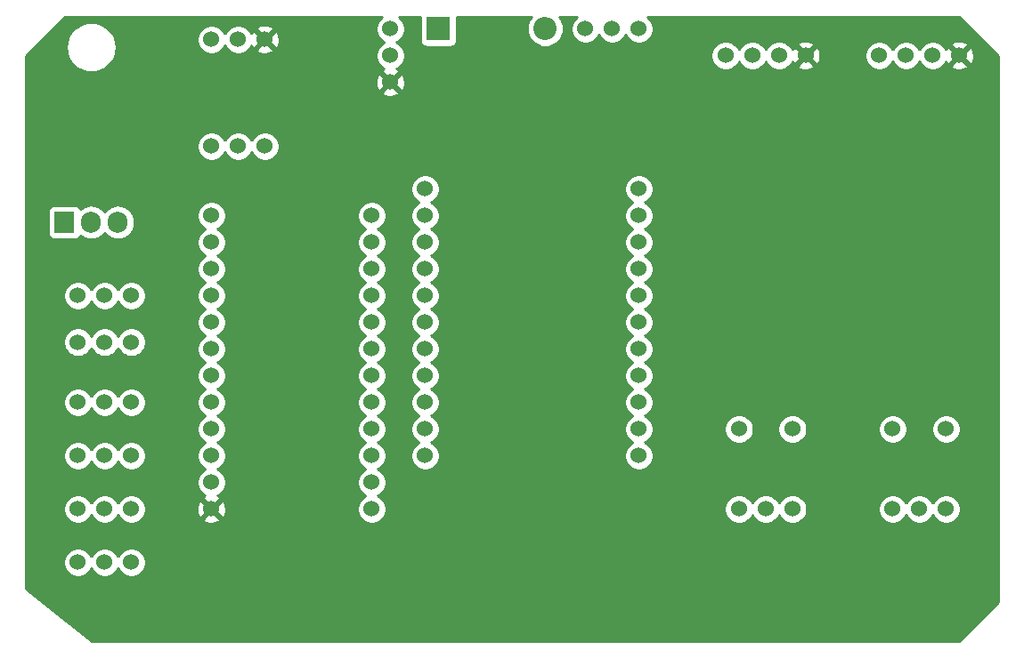
<source format=gbr>
G04 #@! TF.GenerationSoftware,KiCad,Pcbnew,(5.1.0)-1*
G04 #@! TF.CreationDate,2019-05-24T09:31:27-04:00*
G04 #@! TF.ProjectId,Tardis Board,54617264-6973-4204-926f-6172642e6b69,rev?*
G04 #@! TF.SameCoordinates,Original*
G04 #@! TF.FileFunction,Copper,L2,Bot*
G04 #@! TF.FilePolarity,Positive*
%FSLAX46Y46*%
G04 Gerber Fmt 4.6, Leading zero omitted, Abs format (unit mm)*
G04 Created by KiCad (PCBNEW (5.1.0)-1) date 2019-05-24 09:31:27*
%MOMM*%
%LPD*%
G04 APERTURE LIST*
%ADD10C,1.524000*%
%ADD11O,2.200000X2.200000*%
%ADD12R,2.200000X2.200000*%
%ADD13O,1.905000X2.000000*%
%ADD14R,1.905000X2.000000*%
%ADD15C,0.254000*%
G04 APERTURE END LIST*
D10*
X95250000Y-96520000D03*
X97790000Y-96520000D03*
X92710000Y-96520000D03*
X95250000Y-91440000D03*
X97790000Y-91440000D03*
X92710000Y-91440000D03*
X95250000Y-86360000D03*
X97790000Y-86360000D03*
X92710000Y-86360000D03*
X95250000Y-81280000D03*
X97790000Y-81280000D03*
X92710000Y-81280000D03*
X95250000Y-75565000D03*
X97790000Y-75565000D03*
X92710000Y-75565000D03*
X95250000Y-71120000D03*
X97790000Y-71120000D03*
X92710000Y-71120000D03*
D11*
X137160000Y-45720000D03*
D12*
X127000000Y-45720000D03*
D10*
X107950000Y-46736000D03*
X110490000Y-46736000D03*
X105410000Y-46736000D03*
X155575000Y-83820000D03*
X160655000Y-83820000D03*
X154305000Y-48260000D03*
X156845000Y-48260000D03*
X159385000Y-48260000D03*
X161925000Y-48260000D03*
D13*
X96520000Y-64135000D03*
X93980000Y-64135000D03*
D14*
X91440000Y-64135000D03*
D10*
X125730000Y-60960000D03*
X125730000Y-63500000D03*
X125730000Y-66040000D03*
X125730000Y-68580000D03*
X125730000Y-71120000D03*
X125730000Y-73660000D03*
X125730000Y-76200000D03*
X125730000Y-78740000D03*
X125730000Y-81280000D03*
X125730000Y-83820000D03*
X125730000Y-86360000D03*
X146050000Y-86360000D03*
X146050000Y-83820000D03*
X146050000Y-81280000D03*
X146050000Y-78740000D03*
X146050000Y-76200000D03*
X146050000Y-73660000D03*
X146050000Y-71120000D03*
X146050000Y-68580000D03*
X146050000Y-66040000D03*
X146050000Y-63500000D03*
X146050000Y-60960000D03*
X105410000Y-91440000D03*
X105410000Y-88900000D03*
X105410000Y-86360000D03*
X105410000Y-83820000D03*
X105410000Y-81280000D03*
X105410000Y-78740000D03*
X105410000Y-76200000D03*
X105410000Y-73660000D03*
X105410000Y-71120000D03*
X105410000Y-68580000D03*
X105410000Y-66040000D03*
X105410000Y-63500000D03*
X120650000Y-63500000D03*
X120650000Y-66040000D03*
X120650000Y-68580000D03*
X120650000Y-71120000D03*
X120650000Y-73660000D03*
X120650000Y-76200000D03*
X120650000Y-78740000D03*
X120650000Y-81280000D03*
X120650000Y-83820000D03*
X120650000Y-86360000D03*
X120650000Y-88900000D03*
X120650000Y-91440000D03*
X170180000Y-83820000D03*
X175260000Y-83820000D03*
X168910000Y-48260000D03*
X171450000Y-48260000D03*
X173990000Y-48260000D03*
X176530000Y-48260000D03*
X158115000Y-91440000D03*
X155575000Y-91440000D03*
X160655000Y-91440000D03*
X107950000Y-56896000D03*
X110490000Y-56896000D03*
X105410000Y-56896000D03*
X122428000Y-48260000D03*
X122428000Y-45720000D03*
X122428000Y-50800000D03*
X143510000Y-45720000D03*
X146050000Y-45720000D03*
X140970000Y-45720000D03*
X172720000Y-91440000D03*
X170180000Y-91440000D03*
X175260000Y-91440000D03*
D15*
G36*
X121537465Y-44634880D02*
G01*
X121342880Y-44829465D01*
X121189995Y-45058273D01*
X121084686Y-45312510D01*
X121031000Y-45582408D01*
X121031000Y-45857592D01*
X121084686Y-46127490D01*
X121189995Y-46381727D01*
X121342880Y-46610535D01*
X121537465Y-46805120D01*
X121766273Y-46958005D01*
X121843515Y-46990000D01*
X121766273Y-47021995D01*
X121537465Y-47174880D01*
X121342880Y-47369465D01*
X121189995Y-47598273D01*
X121084686Y-47852510D01*
X121031000Y-48122408D01*
X121031000Y-48397592D01*
X121084686Y-48667490D01*
X121189995Y-48921727D01*
X121342880Y-49150535D01*
X121537465Y-49345120D01*
X121766273Y-49498005D01*
X121837943Y-49527692D01*
X121824977Y-49532364D01*
X121709020Y-49594344D01*
X121642040Y-49834435D01*
X122428000Y-50620395D01*
X123213960Y-49834435D01*
X123146980Y-49594344D01*
X123011240Y-49530515D01*
X123089727Y-49498005D01*
X123318535Y-49345120D01*
X123513120Y-49150535D01*
X123666005Y-48921727D01*
X123771314Y-48667490D01*
X123825000Y-48397592D01*
X123825000Y-48122408D01*
X152908000Y-48122408D01*
X152908000Y-48397592D01*
X152961686Y-48667490D01*
X153066995Y-48921727D01*
X153219880Y-49150535D01*
X153414465Y-49345120D01*
X153643273Y-49498005D01*
X153897510Y-49603314D01*
X154167408Y-49657000D01*
X154442592Y-49657000D01*
X154712490Y-49603314D01*
X154966727Y-49498005D01*
X155195535Y-49345120D01*
X155390120Y-49150535D01*
X155543005Y-48921727D01*
X155575000Y-48844485D01*
X155606995Y-48921727D01*
X155759880Y-49150535D01*
X155954465Y-49345120D01*
X156183273Y-49498005D01*
X156437510Y-49603314D01*
X156707408Y-49657000D01*
X156982592Y-49657000D01*
X157252490Y-49603314D01*
X157506727Y-49498005D01*
X157735535Y-49345120D01*
X157930120Y-49150535D01*
X158083005Y-48921727D01*
X158115000Y-48844485D01*
X158146995Y-48921727D01*
X158299880Y-49150535D01*
X158494465Y-49345120D01*
X158723273Y-49498005D01*
X158977510Y-49603314D01*
X159247408Y-49657000D01*
X159522592Y-49657000D01*
X159792490Y-49603314D01*
X160046727Y-49498005D01*
X160275535Y-49345120D01*
X160395090Y-49225565D01*
X161139040Y-49225565D01*
X161206020Y-49465656D01*
X161455048Y-49582756D01*
X161722135Y-49649023D01*
X161997017Y-49661910D01*
X162269133Y-49620922D01*
X162528023Y-49527636D01*
X162643980Y-49465656D01*
X162710960Y-49225565D01*
X161925000Y-48439605D01*
X161139040Y-49225565D01*
X160395090Y-49225565D01*
X160470120Y-49150535D01*
X160623005Y-48921727D01*
X160652692Y-48850057D01*
X160657364Y-48863023D01*
X160719344Y-48978980D01*
X160959435Y-49045960D01*
X161745395Y-48260000D01*
X162104605Y-48260000D01*
X162890565Y-49045960D01*
X163130656Y-48978980D01*
X163247756Y-48729952D01*
X163314023Y-48462865D01*
X163326910Y-48187983D01*
X163317033Y-48122408D01*
X167513000Y-48122408D01*
X167513000Y-48397592D01*
X167566686Y-48667490D01*
X167671995Y-48921727D01*
X167824880Y-49150535D01*
X168019465Y-49345120D01*
X168248273Y-49498005D01*
X168502510Y-49603314D01*
X168772408Y-49657000D01*
X169047592Y-49657000D01*
X169317490Y-49603314D01*
X169571727Y-49498005D01*
X169800535Y-49345120D01*
X169995120Y-49150535D01*
X170148005Y-48921727D01*
X170180000Y-48844485D01*
X170211995Y-48921727D01*
X170364880Y-49150535D01*
X170559465Y-49345120D01*
X170788273Y-49498005D01*
X171042510Y-49603314D01*
X171312408Y-49657000D01*
X171587592Y-49657000D01*
X171857490Y-49603314D01*
X172111727Y-49498005D01*
X172340535Y-49345120D01*
X172535120Y-49150535D01*
X172688005Y-48921727D01*
X172720000Y-48844485D01*
X172751995Y-48921727D01*
X172904880Y-49150535D01*
X173099465Y-49345120D01*
X173328273Y-49498005D01*
X173582510Y-49603314D01*
X173852408Y-49657000D01*
X174127592Y-49657000D01*
X174397490Y-49603314D01*
X174651727Y-49498005D01*
X174880535Y-49345120D01*
X175000090Y-49225565D01*
X175744040Y-49225565D01*
X175811020Y-49465656D01*
X176060048Y-49582756D01*
X176327135Y-49649023D01*
X176602017Y-49661910D01*
X176874133Y-49620922D01*
X177133023Y-49527636D01*
X177248980Y-49465656D01*
X177315960Y-49225565D01*
X176530000Y-48439605D01*
X175744040Y-49225565D01*
X175000090Y-49225565D01*
X175075120Y-49150535D01*
X175228005Y-48921727D01*
X175257692Y-48850057D01*
X175262364Y-48863023D01*
X175324344Y-48978980D01*
X175564435Y-49045960D01*
X176350395Y-48260000D01*
X176709605Y-48260000D01*
X177495565Y-49045960D01*
X177735656Y-48978980D01*
X177852756Y-48729952D01*
X177919023Y-48462865D01*
X177931910Y-48187983D01*
X177890922Y-47915867D01*
X177797636Y-47656977D01*
X177735656Y-47541020D01*
X177495565Y-47474040D01*
X176709605Y-48260000D01*
X176350395Y-48260000D01*
X175564435Y-47474040D01*
X175324344Y-47541020D01*
X175260515Y-47676760D01*
X175228005Y-47598273D01*
X175075120Y-47369465D01*
X175000090Y-47294435D01*
X175744040Y-47294435D01*
X176530000Y-48080395D01*
X177315960Y-47294435D01*
X177248980Y-47054344D01*
X176999952Y-46937244D01*
X176732865Y-46870977D01*
X176457983Y-46858090D01*
X176185867Y-46899078D01*
X175926977Y-46992364D01*
X175811020Y-47054344D01*
X175744040Y-47294435D01*
X175000090Y-47294435D01*
X174880535Y-47174880D01*
X174651727Y-47021995D01*
X174397490Y-46916686D01*
X174127592Y-46863000D01*
X173852408Y-46863000D01*
X173582510Y-46916686D01*
X173328273Y-47021995D01*
X173099465Y-47174880D01*
X172904880Y-47369465D01*
X172751995Y-47598273D01*
X172720000Y-47675515D01*
X172688005Y-47598273D01*
X172535120Y-47369465D01*
X172340535Y-47174880D01*
X172111727Y-47021995D01*
X171857490Y-46916686D01*
X171587592Y-46863000D01*
X171312408Y-46863000D01*
X171042510Y-46916686D01*
X170788273Y-47021995D01*
X170559465Y-47174880D01*
X170364880Y-47369465D01*
X170211995Y-47598273D01*
X170180000Y-47675515D01*
X170148005Y-47598273D01*
X169995120Y-47369465D01*
X169800535Y-47174880D01*
X169571727Y-47021995D01*
X169317490Y-46916686D01*
X169047592Y-46863000D01*
X168772408Y-46863000D01*
X168502510Y-46916686D01*
X168248273Y-47021995D01*
X168019465Y-47174880D01*
X167824880Y-47369465D01*
X167671995Y-47598273D01*
X167566686Y-47852510D01*
X167513000Y-48122408D01*
X163317033Y-48122408D01*
X163285922Y-47915867D01*
X163192636Y-47656977D01*
X163130656Y-47541020D01*
X162890565Y-47474040D01*
X162104605Y-48260000D01*
X161745395Y-48260000D01*
X160959435Y-47474040D01*
X160719344Y-47541020D01*
X160655515Y-47676760D01*
X160623005Y-47598273D01*
X160470120Y-47369465D01*
X160395090Y-47294435D01*
X161139040Y-47294435D01*
X161925000Y-48080395D01*
X162710960Y-47294435D01*
X162643980Y-47054344D01*
X162394952Y-46937244D01*
X162127865Y-46870977D01*
X161852983Y-46858090D01*
X161580867Y-46899078D01*
X161321977Y-46992364D01*
X161206020Y-47054344D01*
X161139040Y-47294435D01*
X160395090Y-47294435D01*
X160275535Y-47174880D01*
X160046727Y-47021995D01*
X159792490Y-46916686D01*
X159522592Y-46863000D01*
X159247408Y-46863000D01*
X158977510Y-46916686D01*
X158723273Y-47021995D01*
X158494465Y-47174880D01*
X158299880Y-47369465D01*
X158146995Y-47598273D01*
X158115000Y-47675515D01*
X158083005Y-47598273D01*
X157930120Y-47369465D01*
X157735535Y-47174880D01*
X157506727Y-47021995D01*
X157252490Y-46916686D01*
X156982592Y-46863000D01*
X156707408Y-46863000D01*
X156437510Y-46916686D01*
X156183273Y-47021995D01*
X155954465Y-47174880D01*
X155759880Y-47369465D01*
X155606995Y-47598273D01*
X155575000Y-47675515D01*
X155543005Y-47598273D01*
X155390120Y-47369465D01*
X155195535Y-47174880D01*
X154966727Y-47021995D01*
X154712490Y-46916686D01*
X154442592Y-46863000D01*
X154167408Y-46863000D01*
X153897510Y-46916686D01*
X153643273Y-47021995D01*
X153414465Y-47174880D01*
X153219880Y-47369465D01*
X153066995Y-47598273D01*
X152961686Y-47852510D01*
X152908000Y-48122408D01*
X123825000Y-48122408D01*
X123771314Y-47852510D01*
X123666005Y-47598273D01*
X123513120Y-47369465D01*
X123318535Y-47174880D01*
X123089727Y-47021995D01*
X123012485Y-46990000D01*
X123089727Y-46958005D01*
X123318535Y-46805120D01*
X123513120Y-46610535D01*
X123666005Y-46381727D01*
X123771314Y-46127490D01*
X123825000Y-45857592D01*
X123825000Y-45582408D01*
X123771314Y-45312510D01*
X123666005Y-45058273D01*
X123513120Y-44829465D01*
X123318535Y-44634880D01*
X123231912Y-44577000D01*
X125266163Y-44577000D01*
X125261928Y-44620000D01*
X125261928Y-46820000D01*
X125274188Y-46944482D01*
X125310498Y-47064180D01*
X125369463Y-47174494D01*
X125448815Y-47271185D01*
X125545506Y-47350537D01*
X125655820Y-47409502D01*
X125775518Y-47445812D01*
X125900000Y-47458072D01*
X128100000Y-47458072D01*
X128224482Y-47445812D01*
X128344180Y-47409502D01*
X128454494Y-47350537D01*
X128551185Y-47271185D01*
X128630537Y-47174494D01*
X128689502Y-47064180D01*
X128725812Y-46944482D01*
X128738072Y-46820000D01*
X128738072Y-44620000D01*
X128733837Y-44577000D01*
X135853565Y-44577000D01*
X135710421Y-44751422D01*
X135549314Y-45052832D01*
X135450105Y-45379881D01*
X135416606Y-45720000D01*
X135450105Y-46060119D01*
X135549314Y-46387168D01*
X135710421Y-46688578D01*
X135927234Y-46952766D01*
X136191422Y-47169579D01*
X136492832Y-47330686D01*
X136819881Y-47429895D01*
X137074775Y-47455000D01*
X137245225Y-47455000D01*
X137500119Y-47429895D01*
X137827168Y-47330686D01*
X138128578Y-47169579D01*
X138392766Y-46952766D01*
X138609579Y-46688578D01*
X138770686Y-46387168D01*
X138869895Y-46060119D01*
X138903394Y-45720000D01*
X138869895Y-45379881D01*
X138770686Y-45052832D01*
X138609579Y-44751422D01*
X138466435Y-44577000D01*
X140166088Y-44577000D01*
X140079465Y-44634880D01*
X139884880Y-44829465D01*
X139731995Y-45058273D01*
X139626686Y-45312510D01*
X139573000Y-45582408D01*
X139573000Y-45857592D01*
X139626686Y-46127490D01*
X139731995Y-46381727D01*
X139884880Y-46610535D01*
X140079465Y-46805120D01*
X140308273Y-46958005D01*
X140562510Y-47063314D01*
X140832408Y-47117000D01*
X141107592Y-47117000D01*
X141377490Y-47063314D01*
X141631727Y-46958005D01*
X141860535Y-46805120D01*
X142055120Y-46610535D01*
X142208005Y-46381727D01*
X142240000Y-46304485D01*
X142271995Y-46381727D01*
X142424880Y-46610535D01*
X142619465Y-46805120D01*
X142848273Y-46958005D01*
X143102510Y-47063314D01*
X143372408Y-47117000D01*
X143647592Y-47117000D01*
X143917490Y-47063314D01*
X144171727Y-46958005D01*
X144400535Y-46805120D01*
X144595120Y-46610535D01*
X144748005Y-46381727D01*
X144780000Y-46304485D01*
X144811995Y-46381727D01*
X144964880Y-46610535D01*
X145159465Y-46805120D01*
X145388273Y-46958005D01*
X145642510Y-47063314D01*
X145912408Y-47117000D01*
X146187592Y-47117000D01*
X146457490Y-47063314D01*
X146711727Y-46958005D01*
X146940535Y-46805120D01*
X147135120Y-46610535D01*
X147288005Y-46381727D01*
X147393314Y-46127490D01*
X147447000Y-45857592D01*
X147447000Y-45582408D01*
X147393314Y-45312510D01*
X147288005Y-45058273D01*
X147135120Y-44829465D01*
X146940535Y-44634880D01*
X146853912Y-44577000D01*
X176477394Y-44577000D01*
X180213000Y-48312606D01*
X180213000Y-100277394D01*
X176477394Y-104013000D01*
X94024548Y-104013000D01*
X87757000Y-98998961D01*
X87757000Y-96382408D01*
X91313000Y-96382408D01*
X91313000Y-96657592D01*
X91366686Y-96927490D01*
X91471995Y-97181727D01*
X91624880Y-97410535D01*
X91819465Y-97605120D01*
X92048273Y-97758005D01*
X92302510Y-97863314D01*
X92572408Y-97917000D01*
X92847592Y-97917000D01*
X93117490Y-97863314D01*
X93371727Y-97758005D01*
X93600535Y-97605120D01*
X93795120Y-97410535D01*
X93948005Y-97181727D01*
X93980000Y-97104485D01*
X94011995Y-97181727D01*
X94164880Y-97410535D01*
X94359465Y-97605120D01*
X94588273Y-97758005D01*
X94842510Y-97863314D01*
X95112408Y-97917000D01*
X95387592Y-97917000D01*
X95657490Y-97863314D01*
X95911727Y-97758005D01*
X96140535Y-97605120D01*
X96335120Y-97410535D01*
X96488005Y-97181727D01*
X96520000Y-97104485D01*
X96551995Y-97181727D01*
X96704880Y-97410535D01*
X96899465Y-97605120D01*
X97128273Y-97758005D01*
X97382510Y-97863314D01*
X97652408Y-97917000D01*
X97927592Y-97917000D01*
X98197490Y-97863314D01*
X98451727Y-97758005D01*
X98680535Y-97605120D01*
X98875120Y-97410535D01*
X99028005Y-97181727D01*
X99133314Y-96927490D01*
X99187000Y-96657592D01*
X99187000Y-96382408D01*
X99133314Y-96112510D01*
X99028005Y-95858273D01*
X98875120Y-95629465D01*
X98680535Y-95434880D01*
X98451727Y-95281995D01*
X98197490Y-95176686D01*
X97927592Y-95123000D01*
X97652408Y-95123000D01*
X97382510Y-95176686D01*
X97128273Y-95281995D01*
X96899465Y-95434880D01*
X96704880Y-95629465D01*
X96551995Y-95858273D01*
X96520000Y-95935515D01*
X96488005Y-95858273D01*
X96335120Y-95629465D01*
X96140535Y-95434880D01*
X95911727Y-95281995D01*
X95657490Y-95176686D01*
X95387592Y-95123000D01*
X95112408Y-95123000D01*
X94842510Y-95176686D01*
X94588273Y-95281995D01*
X94359465Y-95434880D01*
X94164880Y-95629465D01*
X94011995Y-95858273D01*
X93980000Y-95935515D01*
X93948005Y-95858273D01*
X93795120Y-95629465D01*
X93600535Y-95434880D01*
X93371727Y-95281995D01*
X93117490Y-95176686D01*
X92847592Y-95123000D01*
X92572408Y-95123000D01*
X92302510Y-95176686D01*
X92048273Y-95281995D01*
X91819465Y-95434880D01*
X91624880Y-95629465D01*
X91471995Y-95858273D01*
X91366686Y-96112510D01*
X91313000Y-96382408D01*
X87757000Y-96382408D01*
X87757000Y-91302408D01*
X91313000Y-91302408D01*
X91313000Y-91577592D01*
X91366686Y-91847490D01*
X91471995Y-92101727D01*
X91624880Y-92330535D01*
X91819465Y-92525120D01*
X92048273Y-92678005D01*
X92302510Y-92783314D01*
X92572408Y-92837000D01*
X92847592Y-92837000D01*
X93117490Y-92783314D01*
X93371727Y-92678005D01*
X93600535Y-92525120D01*
X93795120Y-92330535D01*
X93948005Y-92101727D01*
X93980000Y-92024485D01*
X94011995Y-92101727D01*
X94164880Y-92330535D01*
X94359465Y-92525120D01*
X94588273Y-92678005D01*
X94842510Y-92783314D01*
X95112408Y-92837000D01*
X95387592Y-92837000D01*
X95657490Y-92783314D01*
X95911727Y-92678005D01*
X96140535Y-92525120D01*
X96335120Y-92330535D01*
X96488005Y-92101727D01*
X96520000Y-92024485D01*
X96551995Y-92101727D01*
X96704880Y-92330535D01*
X96899465Y-92525120D01*
X97128273Y-92678005D01*
X97382510Y-92783314D01*
X97652408Y-92837000D01*
X97927592Y-92837000D01*
X98197490Y-92783314D01*
X98451727Y-92678005D01*
X98680535Y-92525120D01*
X98800090Y-92405565D01*
X104624040Y-92405565D01*
X104691020Y-92645656D01*
X104940048Y-92762756D01*
X105207135Y-92829023D01*
X105482017Y-92841910D01*
X105754133Y-92800922D01*
X106013023Y-92707636D01*
X106128980Y-92645656D01*
X106195960Y-92405565D01*
X105410000Y-91619605D01*
X104624040Y-92405565D01*
X98800090Y-92405565D01*
X98875120Y-92330535D01*
X99028005Y-92101727D01*
X99133314Y-91847490D01*
X99187000Y-91577592D01*
X99187000Y-91512017D01*
X104008090Y-91512017D01*
X104049078Y-91784133D01*
X104142364Y-92043023D01*
X104204344Y-92158980D01*
X104444435Y-92225960D01*
X105230395Y-91440000D01*
X105589605Y-91440000D01*
X106375565Y-92225960D01*
X106615656Y-92158980D01*
X106732756Y-91909952D01*
X106799023Y-91642865D01*
X106811910Y-91367983D01*
X106770922Y-91095867D01*
X106677636Y-90836977D01*
X106615656Y-90721020D01*
X106375565Y-90654040D01*
X105589605Y-91440000D01*
X105230395Y-91440000D01*
X104444435Y-90654040D01*
X104204344Y-90721020D01*
X104087244Y-90970048D01*
X104020977Y-91237135D01*
X104008090Y-91512017D01*
X99187000Y-91512017D01*
X99187000Y-91302408D01*
X99133314Y-91032510D01*
X99028005Y-90778273D01*
X98875120Y-90549465D01*
X98680535Y-90354880D01*
X98451727Y-90201995D01*
X98197490Y-90096686D01*
X97927592Y-90043000D01*
X97652408Y-90043000D01*
X97382510Y-90096686D01*
X97128273Y-90201995D01*
X96899465Y-90354880D01*
X96704880Y-90549465D01*
X96551995Y-90778273D01*
X96520000Y-90855515D01*
X96488005Y-90778273D01*
X96335120Y-90549465D01*
X96140535Y-90354880D01*
X95911727Y-90201995D01*
X95657490Y-90096686D01*
X95387592Y-90043000D01*
X95112408Y-90043000D01*
X94842510Y-90096686D01*
X94588273Y-90201995D01*
X94359465Y-90354880D01*
X94164880Y-90549465D01*
X94011995Y-90778273D01*
X93980000Y-90855515D01*
X93948005Y-90778273D01*
X93795120Y-90549465D01*
X93600535Y-90354880D01*
X93371727Y-90201995D01*
X93117490Y-90096686D01*
X92847592Y-90043000D01*
X92572408Y-90043000D01*
X92302510Y-90096686D01*
X92048273Y-90201995D01*
X91819465Y-90354880D01*
X91624880Y-90549465D01*
X91471995Y-90778273D01*
X91366686Y-91032510D01*
X91313000Y-91302408D01*
X87757000Y-91302408D01*
X87757000Y-86222408D01*
X91313000Y-86222408D01*
X91313000Y-86497592D01*
X91366686Y-86767490D01*
X91471995Y-87021727D01*
X91624880Y-87250535D01*
X91819465Y-87445120D01*
X92048273Y-87598005D01*
X92302510Y-87703314D01*
X92572408Y-87757000D01*
X92847592Y-87757000D01*
X93117490Y-87703314D01*
X93371727Y-87598005D01*
X93600535Y-87445120D01*
X93795120Y-87250535D01*
X93948005Y-87021727D01*
X93980000Y-86944485D01*
X94011995Y-87021727D01*
X94164880Y-87250535D01*
X94359465Y-87445120D01*
X94588273Y-87598005D01*
X94842510Y-87703314D01*
X95112408Y-87757000D01*
X95387592Y-87757000D01*
X95657490Y-87703314D01*
X95911727Y-87598005D01*
X96140535Y-87445120D01*
X96335120Y-87250535D01*
X96488005Y-87021727D01*
X96520000Y-86944485D01*
X96551995Y-87021727D01*
X96704880Y-87250535D01*
X96899465Y-87445120D01*
X97128273Y-87598005D01*
X97382510Y-87703314D01*
X97652408Y-87757000D01*
X97927592Y-87757000D01*
X98197490Y-87703314D01*
X98451727Y-87598005D01*
X98680535Y-87445120D01*
X98875120Y-87250535D01*
X99028005Y-87021727D01*
X99133314Y-86767490D01*
X99187000Y-86497592D01*
X99187000Y-86222408D01*
X99133314Y-85952510D01*
X99028005Y-85698273D01*
X98875120Y-85469465D01*
X98680535Y-85274880D01*
X98451727Y-85121995D01*
X98197490Y-85016686D01*
X97927592Y-84963000D01*
X97652408Y-84963000D01*
X97382510Y-85016686D01*
X97128273Y-85121995D01*
X96899465Y-85274880D01*
X96704880Y-85469465D01*
X96551995Y-85698273D01*
X96520000Y-85775515D01*
X96488005Y-85698273D01*
X96335120Y-85469465D01*
X96140535Y-85274880D01*
X95911727Y-85121995D01*
X95657490Y-85016686D01*
X95387592Y-84963000D01*
X95112408Y-84963000D01*
X94842510Y-85016686D01*
X94588273Y-85121995D01*
X94359465Y-85274880D01*
X94164880Y-85469465D01*
X94011995Y-85698273D01*
X93980000Y-85775515D01*
X93948005Y-85698273D01*
X93795120Y-85469465D01*
X93600535Y-85274880D01*
X93371727Y-85121995D01*
X93117490Y-85016686D01*
X92847592Y-84963000D01*
X92572408Y-84963000D01*
X92302510Y-85016686D01*
X92048273Y-85121995D01*
X91819465Y-85274880D01*
X91624880Y-85469465D01*
X91471995Y-85698273D01*
X91366686Y-85952510D01*
X91313000Y-86222408D01*
X87757000Y-86222408D01*
X87757000Y-81142408D01*
X91313000Y-81142408D01*
X91313000Y-81417592D01*
X91366686Y-81687490D01*
X91471995Y-81941727D01*
X91624880Y-82170535D01*
X91819465Y-82365120D01*
X92048273Y-82518005D01*
X92302510Y-82623314D01*
X92572408Y-82677000D01*
X92847592Y-82677000D01*
X93117490Y-82623314D01*
X93371727Y-82518005D01*
X93600535Y-82365120D01*
X93795120Y-82170535D01*
X93948005Y-81941727D01*
X93980000Y-81864485D01*
X94011995Y-81941727D01*
X94164880Y-82170535D01*
X94359465Y-82365120D01*
X94588273Y-82518005D01*
X94842510Y-82623314D01*
X95112408Y-82677000D01*
X95387592Y-82677000D01*
X95657490Y-82623314D01*
X95911727Y-82518005D01*
X96140535Y-82365120D01*
X96335120Y-82170535D01*
X96488005Y-81941727D01*
X96520000Y-81864485D01*
X96551995Y-81941727D01*
X96704880Y-82170535D01*
X96899465Y-82365120D01*
X97128273Y-82518005D01*
X97382510Y-82623314D01*
X97652408Y-82677000D01*
X97927592Y-82677000D01*
X98197490Y-82623314D01*
X98451727Y-82518005D01*
X98680535Y-82365120D01*
X98875120Y-82170535D01*
X99028005Y-81941727D01*
X99133314Y-81687490D01*
X99187000Y-81417592D01*
X99187000Y-81142408D01*
X99133314Y-80872510D01*
X99028005Y-80618273D01*
X98875120Y-80389465D01*
X98680535Y-80194880D01*
X98451727Y-80041995D01*
X98197490Y-79936686D01*
X97927592Y-79883000D01*
X97652408Y-79883000D01*
X97382510Y-79936686D01*
X97128273Y-80041995D01*
X96899465Y-80194880D01*
X96704880Y-80389465D01*
X96551995Y-80618273D01*
X96520000Y-80695515D01*
X96488005Y-80618273D01*
X96335120Y-80389465D01*
X96140535Y-80194880D01*
X95911727Y-80041995D01*
X95657490Y-79936686D01*
X95387592Y-79883000D01*
X95112408Y-79883000D01*
X94842510Y-79936686D01*
X94588273Y-80041995D01*
X94359465Y-80194880D01*
X94164880Y-80389465D01*
X94011995Y-80618273D01*
X93980000Y-80695515D01*
X93948005Y-80618273D01*
X93795120Y-80389465D01*
X93600535Y-80194880D01*
X93371727Y-80041995D01*
X93117490Y-79936686D01*
X92847592Y-79883000D01*
X92572408Y-79883000D01*
X92302510Y-79936686D01*
X92048273Y-80041995D01*
X91819465Y-80194880D01*
X91624880Y-80389465D01*
X91471995Y-80618273D01*
X91366686Y-80872510D01*
X91313000Y-81142408D01*
X87757000Y-81142408D01*
X87757000Y-75427408D01*
X91313000Y-75427408D01*
X91313000Y-75702592D01*
X91366686Y-75972490D01*
X91471995Y-76226727D01*
X91624880Y-76455535D01*
X91819465Y-76650120D01*
X92048273Y-76803005D01*
X92302510Y-76908314D01*
X92572408Y-76962000D01*
X92847592Y-76962000D01*
X93117490Y-76908314D01*
X93371727Y-76803005D01*
X93600535Y-76650120D01*
X93795120Y-76455535D01*
X93948005Y-76226727D01*
X93980000Y-76149485D01*
X94011995Y-76226727D01*
X94164880Y-76455535D01*
X94359465Y-76650120D01*
X94588273Y-76803005D01*
X94842510Y-76908314D01*
X95112408Y-76962000D01*
X95387592Y-76962000D01*
X95657490Y-76908314D01*
X95911727Y-76803005D01*
X96140535Y-76650120D01*
X96335120Y-76455535D01*
X96488005Y-76226727D01*
X96520000Y-76149485D01*
X96551995Y-76226727D01*
X96704880Y-76455535D01*
X96899465Y-76650120D01*
X97128273Y-76803005D01*
X97382510Y-76908314D01*
X97652408Y-76962000D01*
X97927592Y-76962000D01*
X98197490Y-76908314D01*
X98451727Y-76803005D01*
X98680535Y-76650120D01*
X98875120Y-76455535D01*
X99028005Y-76226727D01*
X99133314Y-75972490D01*
X99187000Y-75702592D01*
X99187000Y-75427408D01*
X99133314Y-75157510D01*
X99028005Y-74903273D01*
X98875120Y-74674465D01*
X98680535Y-74479880D01*
X98451727Y-74326995D01*
X98197490Y-74221686D01*
X97927592Y-74168000D01*
X97652408Y-74168000D01*
X97382510Y-74221686D01*
X97128273Y-74326995D01*
X96899465Y-74479880D01*
X96704880Y-74674465D01*
X96551995Y-74903273D01*
X96520000Y-74980515D01*
X96488005Y-74903273D01*
X96335120Y-74674465D01*
X96140535Y-74479880D01*
X95911727Y-74326995D01*
X95657490Y-74221686D01*
X95387592Y-74168000D01*
X95112408Y-74168000D01*
X94842510Y-74221686D01*
X94588273Y-74326995D01*
X94359465Y-74479880D01*
X94164880Y-74674465D01*
X94011995Y-74903273D01*
X93980000Y-74980515D01*
X93948005Y-74903273D01*
X93795120Y-74674465D01*
X93600535Y-74479880D01*
X93371727Y-74326995D01*
X93117490Y-74221686D01*
X92847592Y-74168000D01*
X92572408Y-74168000D01*
X92302510Y-74221686D01*
X92048273Y-74326995D01*
X91819465Y-74479880D01*
X91624880Y-74674465D01*
X91471995Y-74903273D01*
X91366686Y-75157510D01*
X91313000Y-75427408D01*
X87757000Y-75427408D01*
X87757000Y-70982408D01*
X91313000Y-70982408D01*
X91313000Y-71257592D01*
X91366686Y-71527490D01*
X91471995Y-71781727D01*
X91624880Y-72010535D01*
X91819465Y-72205120D01*
X92048273Y-72358005D01*
X92302510Y-72463314D01*
X92572408Y-72517000D01*
X92847592Y-72517000D01*
X93117490Y-72463314D01*
X93371727Y-72358005D01*
X93600535Y-72205120D01*
X93795120Y-72010535D01*
X93948005Y-71781727D01*
X93980000Y-71704485D01*
X94011995Y-71781727D01*
X94164880Y-72010535D01*
X94359465Y-72205120D01*
X94588273Y-72358005D01*
X94842510Y-72463314D01*
X95112408Y-72517000D01*
X95387592Y-72517000D01*
X95657490Y-72463314D01*
X95911727Y-72358005D01*
X96140535Y-72205120D01*
X96335120Y-72010535D01*
X96488005Y-71781727D01*
X96520000Y-71704485D01*
X96551995Y-71781727D01*
X96704880Y-72010535D01*
X96899465Y-72205120D01*
X97128273Y-72358005D01*
X97382510Y-72463314D01*
X97652408Y-72517000D01*
X97927592Y-72517000D01*
X98197490Y-72463314D01*
X98451727Y-72358005D01*
X98680535Y-72205120D01*
X98875120Y-72010535D01*
X99028005Y-71781727D01*
X99133314Y-71527490D01*
X99187000Y-71257592D01*
X99187000Y-70982408D01*
X99133314Y-70712510D01*
X99028005Y-70458273D01*
X98875120Y-70229465D01*
X98680535Y-70034880D01*
X98451727Y-69881995D01*
X98197490Y-69776686D01*
X97927592Y-69723000D01*
X97652408Y-69723000D01*
X97382510Y-69776686D01*
X97128273Y-69881995D01*
X96899465Y-70034880D01*
X96704880Y-70229465D01*
X96551995Y-70458273D01*
X96520000Y-70535515D01*
X96488005Y-70458273D01*
X96335120Y-70229465D01*
X96140535Y-70034880D01*
X95911727Y-69881995D01*
X95657490Y-69776686D01*
X95387592Y-69723000D01*
X95112408Y-69723000D01*
X94842510Y-69776686D01*
X94588273Y-69881995D01*
X94359465Y-70034880D01*
X94164880Y-70229465D01*
X94011995Y-70458273D01*
X93980000Y-70535515D01*
X93948005Y-70458273D01*
X93795120Y-70229465D01*
X93600535Y-70034880D01*
X93371727Y-69881995D01*
X93117490Y-69776686D01*
X92847592Y-69723000D01*
X92572408Y-69723000D01*
X92302510Y-69776686D01*
X92048273Y-69881995D01*
X91819465Y-70034880D01*
X91624880Y-70229465D01*
X91471995Y-70458273D01*
X91366686Y-70712510D01*
X91313000Y-70982408D01*
X87757000Y-70982408D01*
X87757000Y-63135000D01*
X89849428Y-63135000D01*
X89849428Y-65135000D01*
X89861688Y-65259482D01*
X89897998Y-65379180D01*
X89956963Y-65489494D01*
X90036315Y-65586185D01*
X90133006Y-65665537D01*
X90243320Y-65724502D01*
X90363018Y-65760812D01*
X90487500Y-65773072D01*
X92392500Y-65773072D01*
X92516982Y-65760812D01*
X92636680Y-65724502D01*
X92746994Y-65665537D01*
X92843685Y-65586185D01*
X92923037Y-65489494D01*
X92967905Y-65405553D01*
X93093766Y-65508845D01*
X93369552Y-65656255D01*
X93668797Y-65747030D01*
X93980000Y-65777681D01*
X94291204Y-65747030D01*
X94590449Y-65656255D01*
X94866235Y-65508845D01*
X95107963Y-65310463D01*
X95250000Y-65137391D01*
X95392037Y-65310463D01*
X95633766Y-65508845D01*
X95909552Y-65656255D01*
X96208797Y-65747030D01*
X96520000Y-65777681D01*
X96831204Y-65747030D01*
X97130449Y-65656255D01*
X97406235Y-65508845D01*
X97647963Y-65310463D01*
X97846345Y-65068734D01*
X97993755Y-64792948D01*
X98084530Y-64493703D01*
X98107500Y-64260485D01*
X98107500Y-64009514D01*
X98084530Y-63776296D01*
X97993755Y-63477051D01*
X97932478Y-63362408D01*
X104013000Y-63362408D01*
X104013000Y-63637592D01*
X104066686Y-63907490D01*
X104171995Y-64161727D01*
X104324880Y-64390535D01*
X104519465Y-64585120D01*
X104748273Y-64738005D01*
X104825515Y-64770000D01*
X104748273Y-64801995D01*
X104519465Y-64954880D01*
X104324880Y-65149465D01*
X104171995Y-65378273D01*
X104066686Y-65632510D01*
X104013000Y-65902408D01*
X104013000Y-66177592D01*
X104066686Y-66447490D01*
X104171995Y-66701727D01*
X104324880Y-66930535D01*
X104519465Y-67125120D01*
X104748273Y-67278005D01*
X104825515Y-67310000D01*
X104748273Y-67341995D01*
X104519465Y-67494880D01*
X104324880Y-67689465D01*
X104171995Y-67918273D01*
X104066686Y-68172510D01*
X104013000Y-68442408D01*
X104013000Y-68717592D01*
X104066686Y-68987490D01*
X104171995Y-69241727D01*
X104324880Y-69470535D01*
X104519465Y-69665120D01*
X104748273Y-69818005D01*
X104825515Y-69850000D01*
X104748273Y-69881995D01*
X104519465Y-70034880D01*
X104324880Y-70229465D01*
X104171995Y-70458273D01*
X104066686Y-70712510D01*
X104013000Y-70982408D01*
X104013000Y-71257592D01*
X104066686Y-71527490D01*
X104171995Y-71781727D01*
X104324880Y-72010535D01*
X104519465Y-72205120D01*
X104748273Y-72358005D01*
X104825515Y-72390000D01*
X104748273Y-72421995D01*
X104519465Y-72574880D01*
X104324880Y-72769465D01*
X104171995Y-72998273D01*
X104066686Y-73252510D01*
X104013000Y-73522408D01*
X104013000Y-73797592D01*
X104066686Y-74067490D01*
X104171995Y-74321727D01*
X104324880Y-74550535D01*
X104519465Y-74745120D01*
X104748273Y-74898005D01*
X104825515Y-74930000D01*
X104748273Y-74961995D01*
X104519465Y-75114880D01*
X104324880Y-75309465D01*
X104171995Y-75538273D01*
X104066686Y-75792510D01*
X104013000Y-76062408D01*
X104013000Y-76337592D01*
X104066686Y-76607490D01*
X104171995Y-76861727D01*
X104324880Y-77090535D01*
X104519465Y-77285120D01*
X104748273Y-77438005D01*
X104825515Y-77470000D01*
X104748273Y-77501995D01*
X104519465Y-77654880D01*
X104324880Y-77849465D01*
X104171995Y-78078273D01*
X104066686Y-78332510D01*
X104013000Y-78602408D01*
X104013000Y-78877592D01*
X104066686Y-79147490D01*
X104171995Y-79401727D01*
X104324880Y-79630535D01*
X104519465Y-79825120D01*
X104748273Y-79978005D01*
X104825515Y-80010000D01*
X104748273Y-80041995D01*
X104519465Y-80194880D01*
X104324880Y-80389465D01*
X104171995Y-80618273D01*
X104066686Y-80872510D01*
X104013000Y-81142408D01*
X104013000Y-81417592D01*
X104066686Y-81687490D01*
X104171995Y-81941727D01*
X104324880Y-82170535D01*
X104519465Y-82365120D01*
X104748273Y-82518005D01*
X104825515Y-82550000D01*
X104748273Y-82581995D01*
X104519465Y-82734880D01*
X104324880Y-82929465D01*
X104171995Y-83158273D01*
X104066686Y-83412510D01*
X104013000Y-83682408D01*
X104013000Y-83957592D01*
X104066686Y-84227490D01*
X104171995Y-84481727D01*
X104324880Y-84710535D01*
X104519465Y-84905120D01*
X104748273Y-85058005D01*
X104825515Y-85090000D01*
X104748273Y-85121995D01*
X104519465Y-85274880D01*
X104324880Y-85469465D01*
X104171995Y-85698273D01*
X104066686Y-85952510D01*
X104013000Y-86222408D01*
X104013000Y-86497592D01*
X104066686Y-86767490D01*
X104171995Y-87021727D01*
X104324880Y-87250535D01*
X104519465Y-87445120D01*
X104748273Y-87598005D01*
X104825515Y-87630000D01*
X104748273Y-87661995D01*
X104519465Y-87814880D01*
X104324880Y-88009465D01*
X104171995Y-88238273D01*
X104066686Y-88492510D01*
X104013000Y-88762408D01*
X104013000Y-89037592D01*
X104066686Y-89307490D01*
X104171995Y-89561727D01*
X104324880Y-89790535D01*
X104519465Y-89985120D01*
X104748273Y-90138005D01*
X104819943Y-90167692D01*
X104806977Y-90172364D01*
X104691020Y-90234344D01*
X104624040Y-90474435D01*
X105410000Y-91260395D01*
X106195960Y-90474435D01*
X106128980Y-90234344D01*
X105993240Y-90170515D01*
X106071727Y-90138005D01*
X106300535Y-89985120D01*
X106495120Y-89790535D01*
X106648005Y-89561727D01*
X106753314Y-89307490D01*
X106807000Y-89037592D01*
X106807000Y-88762408D01*
X106753314Y-88492510D01*
X106648005Y-88238273D01*
X106495120Y-88009465D01*
X106300535Y-87814880D01*
X106071727Y-87661995D01*
X105994485Y-87630000D01*
X106071727Y-87598005D01*
X106300535Y-87445120D01*
X106495120Y-87250535D01*
X106648005Y-87021727D01*
X106753314Y-86767490D01*
X106807000Y-86497592D01*
X106807000Y-86222408D01*
X106753314Y-85952510D01*
X106648005Y-85698273D01*
X106495120Y-85469465D01*
X106300535Y-85274880D01*
X106071727Y-85121995D01*
X105994485Y-85090000D01*
X106071727Y-85058005D01*
X106300535Y-84905120D01*
X106495120Y-84710535D01*
X106648005Y-84481727D01*
X106753314Y-84227490D01*
X106807000Y-83957592D01*
X106807000Y-83682408D01*
X106753314Y-83412510D01*
X106648005Y-83158273D01*
X106495120Y-82929465D01*
X106300535Y-82734880D01*
X106071727Y-82581995D01*
X105994485Y-82550000D01*
X106071727Y-82518005D01*
X106300535Y-82365120D01*
X106495120Y-82170535D01*
X106648005Y-81941727D01*
X106753314Y-81687490D01*
X106807000Y-81417592D01*
X106807000Y-81142408D01*
X106753314Y-80872510D01*
X106648005Y-80618273D01*
X106495120Y-80389465D01*
X106300535Y-80194880D01*
X106071727Y-80041995D01*
X105994485Y-80010000D01*
X106071727Y-79978005D01*
X106300535Y-79825120D01*
X106495120Y-79630535D01*
X106648005Y-79401727D01*
X106753314Y-79147490D01*
X106807000Y-78877592D01*
X106807000Y-78602408D01*
X106753314Y-78332510D01*
X106648005Y-78078273D01*
X106495120Y-77849465D01*
X106300535Y-77654880D01*
X106071727Y-77501995D01*
X105994485Y-77470000D01*
X106071727Y-77438005D01*
X106300535Y-77285120D01*
X106495120Y-77090535D01*
X106648005Y-76861727D01*
X106753314Y-76607490D01*
X106807000Y-76337592D01*
X106807000Y-76062408D01*
X106753314Y-75792510D01*
X106648005Y-75538273D01*
X106495120Y-75309465D01*
X106300535Y-75114880D01*
X106071727Y-74961995D01*
X105994485Y-74930000D01*
X106071727Y-74898005D01*
X106300535Y-74745120D01*
X106495120Y-74550535D01*
X106648005Y-74321727D01*
X106753314Y-74067490D01*
X106807000Y-73797592D01*
X106807000Y-73522408D01*
X106753314Y-73252510D01*
X106648005Y-72998273D01*
X106495120Y-72769465D01*
X106300535Y-72574880D01*
X106071727Y-72421995D01*
X105994485Y-72390000D01*
X106071727Y-72358005D01*
X106300535Y-72205120D01*
X106495120Y-72010535D01*
X106648005Y-71781727D01*
X106753314Y-71527490D01*
X106807000Y-71257592D01*
X106807000Y-70982408D01*
X106753314Y-70712510D01*
X106648005Y-70458273D01*
X106495120Y-70229465D01*
X106300535Y-70034880D01*
X106071727Y-69881995D01*
X105994485Y-69850000D01*
X106071727Y-69818005D01*
X106300535Y-69665120D01*
X106495120Y-69470535D01*
X106648005Y-69241727D01*
X106753314Y-68987490D01*
X106807000Y-68717592D01*
X106807000Y-68442408D01*
X106753314Y-68172510D01*
X106648005Y-67918273D01*
X106495120Y-67689465D01*
X106300535Y-67494880D01*
X106071727Y-67341995D01*
X105994485Y-67310000D01*
X106071727Y-67278005D01*
X106300535Y-67125120D01*
X106495120Y-66930535D01*
X106648005Y-66701727D01*
X106753314Y-66447490D01*
X106807000Y-66177592D01*
X106807000Y-65902408D01*
X106753314Y-65632510D01*
X106648005Y-65378273D01*
X106495120Y-65149465D01*
X106300535Y-64954880D01*
X106071727Y-64801995D01*
X105994485Y-64770000D01*
X106071727Y-64738005D01*
X106300535Y-64585120D01*
X106495120Y-64390535D01*
X106648005Y-64161727D01*
X106753314Y-63907490D01*
X106807000Y-63637592D01*
X106807000Y-63362408D01*
X119253000Y-63362408D01*
X119253000Y-63637592D01*
X119306686Y-63907490D01*
X119411995Y-64161727D01*
X119564880Y-64390535D01*
X119759465Y-64585120D01*
X119988273Y-64738005D01*
X120065515Y-64770000D01*
X119988273Y-64801995D01*
X119759465Y-64954880D01*
X119564880Y-65149465D01*
X119411995Y-65378273D01*
X119306686Y-65632510D01*
X119253000Y-65902408D01*
X119253000Y-66177592D01*
X119306686Y-66447490D01*
X119411995Y-66701727D01*
X119564880Y-66930535D01*
X119759465Y-67125120D01*
X119988273Y-67278005D01*
X120065515Y-67310000D01*
X119988273Y-67341995D01*
X119759465Y-67494880D01*
X119564880Y-67689465D01*
X119411995Y-67918273D01*
X119306686Y-68172510D01*
X119253000Y-68442408D01*
X119253000Y-68717592D01*
X119306686Y-68987490D01*
X119411995Y-69241727D01*
X119564880Y-69470535D01*
X119759465Y-69665120D01*
X119988273Y-69818005D01*
X120065515Y-69850000D01*
X119988273Y-69881995D01*
X119759465Y-70034880D01*
X119564880Y-70229465D01*
X119411995Y-70458273D01*
X119306686Y-70712510D01*
X119253000Y-70982408D01*
X119253000Y-71257592D01*
X119306686Y-71527490D01*
X119411995Y-71781727D01*
X119564880Y-72010535D01*
X119759465Y-72205120D01*
X119988273Y-72358005D01*
X120065515Y-72390000D01*
X119988273Y-72421995D01*
X119759465Y-72574880D01*
X119564880Y-72769465D01*
X119411995Y-72998273D01*
X119306686Y-73252510D01*
X119253000Y-73522408D01*
X119253000Y-73797592D01*
X119306686Y-74067490D01*
X119411995Y-74321727D01*
X119564880Y-74550535D01*
X119759465Y-74745120D01*
X119988273Y-74898005D01*
X120065515Y-74930000D01*
X119988273Y-74961995D01*
X119759465Y-75114880D01*
X119564880Y-75309465D01*
X119411995Y-75538273D01*
X119306686Y-75792510D01*
X119253000Y-76062408D01*
X119253000Y-76337592D01*
X119306686Y-76607490D01*
X119411995Y-76861727D01*
X119564880Y-77090535D01*
X119759465Y-77285120D01*
X119988273Y-77438005D01*
X120065515Y-77470000D01*
X119988273Y-77501995D01*
X119759465Y-77654880D01*
X119564880Y-77849465D01*
X119411995Y-78078273D01*
X119306686Y-78332510D01*
X119253000Y-78602408D01*
X119253000Y-78877592D01*
X119306686Y-79147490D01*
X119411995Y-79401727D01*
X119564880Y-79630535D01*
X119759465Y-79825120D01*
X119988273Y-79978005D01*
X120065515Y-80010000D01*
X119988273Y-80041995D01*
X119759465Y-80194880D01*
X119564880Y-80389465D01*
X119411995Y-80618273D01*
X119306686Y-80872510D01*
X119253000Y-81142408D01*
X119253000Y-81417592D01*
X119306686Y-81687490D01*
X119411995Y-81941727D01*
X119564880Y-82170535D01*
X119759465Y-82365120D01*
X119988273Y-82518005D01*
X120065515Y-82550000D01*
X119988273Y-82581995D01*
X119759465Y-82734880D01*
X119564880Y-82929465D01*
X119411995Y-83158273D01*
X119306686Y-83412510D01*
X119253000Y-83682408D01*
X119253000Y-83957592D01*
X119306686Y-84227490D01*
X119411995Y-84481727D01*
X119564880Y-84710535D01*
X119759465Y-84905120D01*
X119988273Y-85058005D01*
X120065515Y-85090000D01*
X119988273Y-85121995D01*
X119759465Y-85274880D01*
X119564880Y-85469465D01*
X119411995Y-85698273D01*
X119306686Y-85952510D01*
X119253000Y-86222408D01*
X119253000Y-86497592D01*
X119306686Y-86767490D01*
X119411995Y-87021727D01*
X119564880Y-87250535D01*
X119759465Y-87445120D01*
X119988273Y-87598005D01*
X120065515Y-87630000D01*
X119988273Y-87661995D01*
X119759465Y-87814880D01*
X119564880Y-88009465D01*
X119411995Y-88238273D01*
X119306686Y-88492510D01*
X119253000Y-88762408D01*
X119253000Y-89037592D01*
X119306686Y-89307490D01*
X119411995Y-89561727D01*
X119564880Y-89790535D01*
X119759465Y-89985120D01*
X119988273Y-90138005D01*
X120065515Y-90170000D01*
X119988273Y-90201995D01*
X119759465Y-90354880D01*
X119564880Y-90549465D01*
X119411995Y-90778273D01*
X119306686Y-91032510D01*
X119253000Y-91302408D01*
X119253000Y-91577592D01*
X119306686Y-91847490D01*
X119411995Y-92101727D01*
X119564880Y-92330535D01*
X119759465Y-92525120D01*
X119988273Y-92678005D01*
X120242510Y-92783314D01*
X120512408Y-92837000D01*
X120787592Y-92837000D01*
X121057490Y-92783314D01*
X121311727Y-92678005D01*
X121540535Y-92525120D01*
X121735120Y-92330535D01*
X121888005Y-92101727D01*
X121993314Y-91847490D01*
X122047000Y-91577592D01*
X122047000Y-91302408D01*
X154178000Y-91302408D01*
X154178000Y-91577592D01*
X154231686Y-91847490D01*
X154336995Y-92101727D01*
X154489880Y-92330535D01*
X154684465Y-92525120D01*
X154913273Y-92678005D01*
X155167510Y-92783314D01*
X155437408Y-92837000D01*
X155712592Y-92837000D01*
X155982490Y-92783314D01*
X156236727Y-92678005D01*
X156465535Y-92525120D01*
X156660120Y-92330535D01*
X156813005Y-92101727D01*
X156845000Y-92024485D01*
X156876995Y-92101727D01*
X157029880Y-92330535D01*
X157224465Y-92525120D01*
X157453273Y-92678005D01*
X157707510Y-92783314D01*
X157977408Y-92837000D01*
X158252592Y-92837000D01*
X158522490Y-92783314D01*
X158776727Y-92678005D01*
X159005535Y-92525120D01*
X159200120Y-92330535D01*
X159353005Y-92101727D01*
X159385000Y-92024485D01*
X159416995Y-92101727D01*
X159569880Y-92330535D01*
X159764465Y-92525120D01*
X159993273Y-92678005D01*
X160247510Y-92783314D01*
X160517408Y-92837000D01*
X160792592Y-92837000D01*
X161062490Y-92783314D01*
X161316727Y-92678005D01*
X161545535Y-92525120D01*
X161740120Y-92330535D01*
X161893005Y-92101727D01*
X161998314Y-91847490D01*
X162052000Y-91577592D01*
X162052000Y-91302408D01*
X168783000Y-91302408D01*
X168783000Y-91577592D01*
X168836686Y-91847490D01*
X168941995Y-92101727D01*
X169094880Y-92330535D01*
X169289465Y-92525120D01*
X169518273Y-92678005D01*
X169772510Y-92783314D01*
X170042408Y-92837000D01*
X170317592Y-92837000D01*
X170587490Y-92783314D01*
X170841727Y-92678005D01*
X171070535Y-92525120D01*
X171265120Y-92330535D01*
X171418005Y-92101727D01*
X171450000Y-92024485D01*
X171481995Y-92101727D01*
X171634880Y-92330535D01*
X171829465Y-92525120D01*
X172058273Y-92678005D01*
X172312510Y-92783314D01*
X172582408Y-92837000D01*
X172857592Y-92837000D01*
X173127490Y-92783314D01*
X173381727Y-92678005D01*
X173610535Y-92525120D01*
X173805120Y-92330535D01*
X173958005Y-92101727D01*
X173990000Y-92024485D01*
X174021995Y-92101727D01*
X174174880Y-92330535D01*
X174369465Y-92525120D01*
X174598273Y-92678005D01*
X174852510Y-92783314D01*
X175122408Y-92837000D01*
X175397592Y-92837000D01*
X175667490Y-92783314D01*
X175921727Y-92678005D01*
X176150535Y-92525120D01*
X176345120Y-92330535D01*
X176498005Y-92101727D01*
X176603314Y-91847490D01*
X176657000Y-91577592D01*
X176657000Y-91302408D01*
X176603314Y-91032510D01*
X176498005Y-90778273D01*
X176345120Y-90549465D01*
X176150535Y-90354880D01*
X175921727Y-90201995D01*
X175667490Y-90096686D01*
X175397592Y-90043000D01*
X175122408Y-90043000D01*
X174852510Y-90096686D01*
X174598273Y-90201995D01*
X174369465Y-90354880D01*
X174174880Y-90549465D01*
X174021995Y-90778273D01*
X173990000Y-90855515D01*
X173958005Y-90778273D01*
X173805120Y-90549465D01*
X173610535Y-90354880D01*
X173381727Y-90201995D01*
X173127490Y-90096686D01*
X172857592Y-90043000D01*
X172582408Y-90043000D01*
X172312510Y-90096686D01*
X172058273Y-90201995D01*
X171829465Y-90354880D01*
X171634880Y-90549465D01*
X171481995Y-90778273D01*
X171450000Y-90855515D01*
X171418005Y-90778273D01*
X171265120Y-90549465D01*
X171070535Y-90354880D01*
X170841727Y-90201995D01*
X170587490Y-90096686D01*
X170317592Y-90043000D01*
X170042408Y-90043000D01*
X169772510Y-90096686D01*
X169518273Y-90201995D01*
X169289465Y-90354880D01*
X169094880Y-90549465D01*
X168941995Y-90778273D01*
X168836686Y-91032510D01*
X168783000Y-91302408D01*
X162052000Y-91302408D01*
X161998314Y-91032510D01*
X161893005Y-90778273D01*
X161740120Y-90549465D01*
X161545535Y-90354880D01*
X161316727Y-90201995D01*
X161062490Y-90096686D01*
X160792592Y-90043000D01*
X160517408Y-90043000D01*
X160247510Y-90096686D01*
X159993273Y-90201995D01*
X159764465Y-90354880D01*
X159569880Y-90549465D01*
X159416995Y-90778273D01*
X159385000Y-90855515D01*
X159353005Y-90778273D01*
X159200120Y-90549465D01*
X159005535Y-90354880D01*
X158776727Y-90201995D01*
X158522490Y-90096686D01*
X158252592Y-90043000D01*
X157977408Y-90043000D01*
X157707510Y-90096686D01*
X157453273Y-90201995D01*
X157224465Y-90354880D01*
X157029880Y-90549465D01*
X156876995Y-90778273D01*
X156845000Y-90855515D01*
X156813005Y-90778273D01*
X156660120Y-90549465D01*
X156465535Y-90354880D01*
X156236727Y-90201995D01*
X155982490Y-90096686D01*
X155712592Y-90043000D01*
X155437408Y-90043000D01*
X155167510Y-90096686D01*
X154913273Y-90201995D01*
X154684465Y-90354880D01*
X154489880Y-90549465D01*
X154336995Y-90778273D01*
X154231686Y-91032510D01*
X154178000Y-91302408D01*
X122047000Y-91302408D01*
X121993314Y-91032510D01*
X121888005Y-90778273D01*
X121735120Y-90549465D01*
X121540535Y-90354880D01*
X121311727Y-90201995D01*
X121234485Y-90170000D01*
X121311727Y-90138005D01*
X121540535Y-89985120D01*
X121735120Y-89790535D01*
X121888005Y-89561727D01*
X121993314Y-89307490D01*
X122047000Y-89037592D01*
X122047000Y-88762408D01*
X121993314Y-88492510D01*
X121888005Y-88238273D01*
X121735120Y-88009465D01*
X121540535Y-87814880D01*
X121311727Y-87661995D01*
X121234485Y-87630000D01*
X121311727Y-87598005D01*
X121540535Y-87445120D01*
X121735120Y-87250535D01*
X121888005Y-87021727D01*
X121993314Y-86767490D01*
X122047000Y-86497592D01*
X122047000Y-86222408D01*
X121993314Y-85952510D01*
X121888005Y-85698273D01*
X121735120Y-85469465D01*
X121540535Y-85274880D01*
X121311727Y-85121995D01*
X121234485Y-85090000D01*
X121311727Y-85058005D01*
X121540535Y-84905120D01*
X121735120Y-84710535D01*
X121888005Y-84481727D01*
X121993314Y-84227490D01*
X122047000Y-83957592D01*
X122047000Y-83682408D01*
X121993314Y-83412510D01*
X121888005Y-83158273D01*
X121735120Y-82929465D01*
X121540535Y-82734880D01*
X121311727Y-82581995D01*
X121234485Y-82550000D01*
X121311727Y-82518005D01*
X121540535Y-82365120D01*
X121735120Y-82170535D01*
X121888005Y-81941727D01*
X121993314Y-81687490D01*
X122047000Y-81417592D01*
X122047000Y-81142408D01*
X121993314Y-80872510D01*
X121888005Y-80618273D01*
X121735120Y-80389465D01*
X121540535Y-80194880D01*
X121311727Y-80041995D01*
X121234485Y-80010000D01*
X121311727Y-79978005D01*
X121540535Y-79825120D01*
X121735120Y-79630535D01*
X121888005Y-79401727D01*
X121993314Y-79147490D01*
X122047000Y-78877592D01*
X122047000Y-78602408D01*
X121993314Y-78332510D01*
X121888005Y-78078273D01*
X121735120Y-77849465D01*
X121540535Y-77654880D01*
X121311727Y-77501995D01*
X121234485Y-77470000D01*
X121311727Y-77438005D01*
X121540535Y-77285120D01*
X121735120Y-77090535D01*
X121888005Y-76861727D01*
X121993314Y-76607490D01*
X122047000Y-76337592D01*
X122047000Y-76062408D01*
X121993314Y-75792510D01*
X121888005Y-75538273D01*
X121735120Y-75309465D01*
X121540535Y-75114880D01*
X121311727Y-74961995D01*
X121234485Y-74930000D01*
X121311727Y-74898005D01*
X121540535Y-74745120D01*
X121735120Y-74550535D01*
X121888005Y-74321727D01*
X121993314Y-74067490D01*
X122047000Y-73797592D01*
X122047000Y-73522408D01*
X121993314Y-73252510D01*
X121888005Y-72998273D01*
X121735120Y-72769465D01*
X121540535Y-72574880D01*
X121311727Y-72421995D01*
X121234485Y-72390000D01*
X121311727Y-72358005D01*
X121540535Y-72205120D01*
X121735120Y-72010535D01*
X121888005Y-71781727D01*
X121993314Y-71527490D01*
X122047000Y-71257592D01*
X122047000Y-70982408D01*
X121993314Y-70712510D01*
X121888005Y-70458273D01*
X121735120Y-70229465D01*
X121540535Y-70034880D01*
X121311727Y-69881995D01*
X121234485Y-69850000D01*
X121311727Y-69818005D01*
X121540535Y-69665120D01*
X121735120Y-69470535D01*
X121888005Y-69241727D01*
X121993314Y-68987490D01*
X122047000Y-68717592D01*
X122047000Y-68442408D01*
X121993314Y-68172510D01*
X121888005Y-67918273D01*
X121735120Y-67689465D01*
X121540535Y-67494880D01*
X121311727Y-67341995D01*
X121234485Y-67310000D01*
X121311727Y-67278005D01*
X121540535Y-67125120D01*
X121735120Y-66930535D01*
X121888005Y-66701727D01*
X121993314Y-66447490D01*
X122047000Y-66177592D01*
X122047000Y-65902408D01*
X121993314Y-65632510D01*
X121888005Y-65378273D01*
X121735120Y-65149465D01*
X121540535Y-64954880D01*
X121311727Y-64801995D01*
X121234485Y-64770000D01*
X121311727Y-64738005D01*
X121540535Y-64585120D01*
X121735120Y-64390535D01*
X121888005Y-64161727D01*
X121993314Y-63907490D01*
X122047000Y-63637592D01*
X122047000Y-63362408D01*
X121993314Y-63092510D01*
X121888005Y-62838273D01*
X121735120Y-62609465D01*
X121540535Y-62414880D01*
X121311727Y-62261995D01*
X121057490Y-62156686D01*
X120787592Y-62103000D01*
X120512408Y-62103000D01*
X120242510Y-62156686D01*
X119988273Y-62261995D01*
X119759465Y-62414880D01*
X119564880Y-62609465D01*
X119411995Y-62838273D01*
X119306686Y-63092510D01*
X119253000Y-63362408D01*
X106807000Y-63362408D01*
X106753314Y-63092510D01*
X106648005Y-62838273D01*
X106495120Y-62609465D01*
X106300535Y-62414880D01*
X106071727Y-62261995D01*
X105817490Y-62156686D01*
X105547592Y-62103000D01*
X105272408Y-62103000D01*
X105002510Y-62156686D01*
X104748273Y-62261995D01*
X104519465Y-62414880D01*
X104324880Y-62609465D01*
X104171995Y-62838273D01*
X104066686Y-63092510D01*
X104013000Y-63362408D01*
X97932478Y-63362408D01*
X97846345Y-63201265D01*
X97647963Y-62959537D01*
X97406234Y-62761155D01*
X97130448Y-62613745D01*
X96831203Y-62522970D01*
X96520000Y-62492319D01*
X96208796Y-62522970D01*
X95909551Y-62613745D01*
X95633765Y-62761155D01*
X95392037Y-62959537D01*
X95250000Y-63132609D01*
X95107963Y-62959537D01*
X94866234Y-62761155D01*
X94590448Y-62613745D01*
X94291203Y-62522970D01*
X93980000Y-62492319D01*
X93668796Y-62522970D01*
X93369551Y-62613745D01*
X93093765Y-62761155D01*
X92967905Y-62864446D01*
X92923037Y-62780506D01*
X92843685Y-62683815D01*
X92746994Y-62604463D01*
X92636680Y-62545498D01*
X92516982Y-62509188D01*
X92392500Y-62496928D01*
X90487500Y-62496928D01*
X90363018Y-62509188D01*
X90243320Y-62545498D01*
X90133006Y-62604463D01*
X90036315Y-62683815D01*
X89956963Y-62780506D01*
X89897998Y-62890820D01*
X89861688Y-63010518D01*
X89849428Y-63135000D01*
X87757000Y-63135000D01*
X87757000Y-60822408D01*
X124333000Y-60822408D01*
X124333000Y-61097592D01*
X124386686Y-61367490D01*
X124491995Y-61621727D01*
X124644880Y-61850535D01*
X124839465Y-62045120D01*
X125068273Y-62198005D01*
X125145515Y-62230000D01*
X125068273Y-62261995D01*
X124839465Y-62414880D01*
X124644880Y-62609465D01*
X124491995Y-62838273D01*
X124386686Y-63092510D01*
X124333000Y-63362408D01*
X124333000Y-63637592D01*
X124386686Y-63907490D01*
X124491995Y-64161727D01*
X124644880Y-64390535D01*
X124839465Y-64585120D01*
X125068273Y-64738005D01*
X125145515Y-64770000D01*
X125068273Y-64801995D01*
X124839465Y-64954880D01*
X124644880Y-65149465D01*
X124491995Y-65378273D01*
X124386686Y-65632510D01*
X124333000Y-65902408D01*
X124333000Y-66177592D01*
X124386686Y-66447490D01*
X124491995Y-66701727D01*
X124644880Y-66930535D01*
X124839465Y-67125120D01*
X125068273Y-67278005D01*
X125145515Y-67310000D01*
X125068273Y-67341995D01*
X124839465Y-67494880D01*
X124644880Y-67689465D01*
X124491995Y-67918273D01*
X124386686Y-68172510D01*
X124333000Y-68442408D01*
X124333000Y-68717592D01*
X124386686Y-68987490D01*
X124491995Y-69241727D01*
X124644880Y-69470535D01*
X124839465Y-69665120D01*
X125068273Y-69818005D01*
X125145515Y-69850000D01*
X125068273Y-69881995D01*
X124839465Y-70034880D01*
X124644880Y-70229465D01*
X124491995Y-70458273D01*
X124386686Y-70712510D01*
X124333000Y-70982408D01*
X124333000Y-71257592D01*
X124386686Y-71527490D01*
X124491995Y-71781727D01*
X124644880Y-72010535D01*
X124839465Y-72205120D01*
X125068273Y-72358005D01*
X125145515Y-72390000D01*
X125068273Y-72421995D01*
X124839465Y-72574880D01*
X124644880Y-72769465D01*
X124491995Y-72998273D01*
X124386686Y-73252510D01*
X124333000Y-73522408D01*
X124333000Y-73797592D01*
X124386686Y-74067490D01*
X124491995Y-74321727D01*
X124644880Y-74550535D01*
X124839465Y-74745120D01*
X125068273Y-74898005D01*
X125145515Y-74930000D01*
X125068273Y-74961995D01*
X124839465Y-75114880D01*
X124644880Y-75309465D01*
X124491995Y-75538273D01*
X124386686Y-75792510D01*
X124333000Y-76062408D01*
X124333000Y-76337592D01*
X124386686Y-76607490D01*
X124491995Y-76861727D01*
X124644880Y-77090535D01*
X124839465Y-77285120D01*
X125068273Y-77438005D01*
X125145515Y-77470000D01*
X125068273Y-77501995D01*
X124839465Y-77654880D01*
X124644880Y-77849465D01*
X124491995Y-78078273D01*
X124386686Y-78332510D01*
X124333000Y-78602408D01*
X124333000Y-78877592D01*
X124386686Y-79147490D01*
X124491995Y-79401727D01*
X124644880Y-79630535D01*
X124839465Y-79825120D01*
X125068273Y-79978005D01*
X125145515Y-80010000D01*
X125068273Y-80041995D01*
X124839465Y-80194880D01*
X124644880Y-80389465D01*
X124491995Y-80618273D01*
X124386686Y-80872510D01*
X124333000Y-81142408D01*
X124333000Y-81417592D01*
X124386686Y-81687490D01*
X124491995Y-81941727D01*
X124644880Y-82170535D01*
X124839465Y-82365120D01*
X125068273Y-82518005D01*
X125145515Y-82550000D01*
X125068273Y-82581995D01*
X124839465Y-82734880D01*
X124644880Y-82929465D01*
X124491995Y-83158273D01*
X124386686Y-83412510D01*
X124333000Y-83682408D01*
X124333000Y-83957592D01*
X124386686Y-84227490D01*
X124491995Y-84481727D01*
X124644880Y-84710535D01*
X124839465Y-84905120D01*
X125068273Y-85058005D01*
X125145515Y-85090000D01*
X125068273Y-85121995D01*
X124839465Y-85274880D01*
X124644880Y-85469465D01*
X124491995Y-85698273D01*
X124386686Y-85952510D01*
X124333000Y-86222408D01*
X124333000Y-86497592D01*
X124386686Y-86767490D01*
X124491995Y-87021727D01*
X124644880Y-87250535D01*
X124839465Y-87445120D01*
X125068273Y-87598005D01*
X125322510Y-87703314D01*
X125592408Y-87757000D01*
X125867592Y-87757000D01*
X126137490Y-87703314D01*
X126391727Y-87598005D01*
X126620535Y-87445120D01*
X126815120Y-87250535D01*
X126968005Y-87021727D01*
X127073314Y-86767490D01*
X127127000Y-86497592D01*
X127127000Y-86222408D01*
X127073314Y-85952510D01*
X126968005Y-85698273D01*
X126815120Y-85469465D01*
X126620535Y-85274880D01*
X126391727Y-85121995D01*
X126314485Y-85090000D01*
X126391727Y-85058005D01*
X126620535Y-84905120D01*
X126815120Y-84710535D01*
X126968005Y-84481727D01*
X127073314Y-84227490D01*
X127127000Y-83957592D01*
X127127000Y-83682408D01*
X127073314Y-83412510D01*
X126968005Y-83158273D01*
X126815120Y-82929465D01*
X126620535Y-82734880D01*
X126391727Y-82581995D01*
X126314485Y-82550000D01*
X126391727Y-82518005D01*
X126620535Y-82365120D01*
X126815120Y-82170535D01*
X126968005Y-81941727D01*
X127073314Y-81687490D01*
X127127000Y-81417592D01*
X127127000Y-81142408D01*
X127073314Y-80872510D01*
X126968005Y-80618273D01*
X126815120Y-80389465D01*
X126620535Y-80194880D01*
X126391727Y-80041995D01*
X126314485Y-80010000D01*
X126391727Y-79978005D01*
X126620535Y-79825120D01*
X126815120Y-79630535D01*
X126968005Y-79401727D01*
X127073314Y-79147490D01*
X127127000Y-78877592D01*
X127127000Y-78602408D01*
X127073314Y-78332510D01*
X126968005Y-78078273D01*
X126815120Y-77849465D01*
X126620535Y-77654880D01*
X126391727Y-77501995D01*
X126314485Y-77470000D01*
X126391727Y-77438005D01*
X126620535Y-77285120D01*
X126815120Y-77090535D01*
X126968005Y-76861727D01*
X127073314Y-76607490D01*
X127127000Y-76337592D01*
X127127000Y-76062408D01*
X127073314Y-75792510D01*
X126968005Y-75538273D01*
X126815120Y-75309465D01*
X126620535Y-75114880D01*
X126391727Y-74961995D01*
X126314485Y-74930000D01*
X126391727Y-74898005D01*
X126620535Y-74745120D01*
X126815120Y-74550535D01*
X126968005Y-74321727D01*
X127073314Y-74067490D01*
X127127000Y-73797592D01*
X127127000Y-73522408D01*
X127073314Y-73252510D01*
X126968005Y-72998273D01*
X126815120Y-72769465D01*
X126620535Y-72574880D01*
X126391727Y-72421995D01*
X126314485Y-72390000D01*
X126391727Y-72358005D01*
X126620535Y-72205120D01*
X126815120Y-72010535D01*
X126968005Y-71781727D01*
X127073314Y-71527490D01*
X127127000Y-71257592D01*
X127127000Y-70982408D01*
X127073314Y-70712510D01*
X126968005Y-70458273D01*
X126815120Y-70229465D01*
X126620535Y-70034880D01*
X126391727Y-69881995D01*
X126314485Y-69850000D01*
X126391727Y-69818005D01*
X126620535Y-69665120D01*
X126815120Y-69470535D01*
X126968005Y-69241727D01*
X127073314Y-68987490D01*
X127127000Y-68717592D01*
X127127000Y-68442408D01*
X127073314Y-68172510D01*
X126968005Y-67918273D01*
X126815120Y-67689465D01*
X126620535Y-67494880D01*
X126391727Y-67341995D01*
X126314485Y-67310000D01*
X126391727Y-67278005D01*
X126620535Y-67125120D01*
X126815120Y-66930535D01*
X126968005Y-66701727D01*
X127073314Y-66447490D01*
X127127000Y-66177592D01*
X127127000Y-65902408D01*
X127073314Y-65632510D01*
X126968005Y-65378273D01*
X126815120Y-65149465D01*
X126620535Y-64954880D01*
X126391727Y-64801995D01*
X126314485Y-64770000D01*
X126391727Y-64738005D01*
X126620535Y-64585120D01*
X126815120Y-64390535D01*
X126968005Y-64161727D01*
X127073314Y-63907490D01*
X127127000Y-63637592D01*
X127127000Y-63362408D01*
X127073314Y-63092510D01*
X126968005Y-62838273D01*
X126815120Y-62609465D01*
X126620535Y-62414880D01*
X126391727Y-62261995D01*
X126314485Y-62230000D01*
X126391727Y-62198005D01*
X126620535Y-62045120D01*
X126815120Y-61850535D01*
X126968005Y-61621727D01*
X127073314Y-61367490D01*
X127127000Y-61097592D01*
X127127000Y-60822408D01*
X144653000Y-60822408D01*
X144653000Y-61097592D01*
X144706686Y-61367490D01*
X144811995Y-61621727D01*
X144964880Y-61850535D01*
X145159465Y-62045120D01*
X145388273Y-62198005D01*
X145465515Y-62230000D01*
X145388273Y-62261995D01*
X145159465Y-62414880D01*
X144964880Y-62609465D01*
X144811995Y-62838273D01*
X144706686Y-63092510D01*
X144653000Y-63362408D01*
X144653000Y-63637592D01*
X144706686Y-63907490D01*
X144811995Y-64161727D01*
X144964880Y-64390535D01*
X145159465Y-64585120D01*
X145388273Y-64738005D01*
X145465515Y-64770000D01*
X145388273Y-64801995D01*
X145159465Y-64954880D01*
X144964880Y-65149465D01*
X144811995Y-65378273D01*
X144706686Y-65632510D01*
X144653000Y-65902408D01*
X144653000Y-66177592D01*
X144706686Y-66447490D01*
X144811995Y-66701727D01*
X144964880Y-66930535D01*
X145159465Y-67125120D01*
X145388273Y-67278005D01*
X145465515Y-67310000D01*
X145388273Y-67341995D01*
X145159465Y-67494880D01*
X144964880Y-67689465D01*
X144811995Y-67918273D01*
X144706686Y-68172510D01*
X144653000Y-68442408D01*
X144653000Y-68717592D01*
X144706686Y-68987490D01*
X144811995Y-69241727D01*
X144964880Y-69470535D01*
X145159465Y-69665120D01*
X145388273Y-69818005D01*
X145465515Y-69850000D01*
X145388273Y-69881995D01*
X145159465Y-70034880D01*
X144964880Y-70229465D01*
X144811995Y-70458273D01*
X144706686Y-70712510D01*
X144653000Y-70982408D01*
X144653000Y-71257592D01*
X144706686Y-71527490D01*
X144811995Y-71781727D01*
X144964880Y-72010535D01*
X145159465Y-72205120D01*
X145388273Y-72358005D01*
X145465515Y-72390000D01*
X145388273Y-72421995D01*
X145159465Y-72574880D01*
X144964880Y-72769465D01*
X144811995Y-72998273D01*
X144706686Y-73252510D01*
X144653000Y-73522408D01*
X144653000Y-73797592D01*
X144706686Y-74067490D01*
X144811995Y-74321727D01*
X144964880Y-74550535D01*
X145159465Y-74745120D01*
X145388273Y-74898005D01*
X145465515Y-74930000D01*
X145388273Y-74961995D01*
X145159465Y-75114880D01*
X144964880Y-75309465D01*
X144811995Y-75538273D01*
X144706686Y-75792510D01*
X144653000Y-76062408D01*
X144653000Y-76337592D01*
X144706686Y-76607490D01*
X144811995Y-76861727D01*
X144964880Y-77090535D01*
X145159465Y-77285120D01*
X145388273Y-77438005D01*
X145465515Y-77470000D01*
X145388273Y-77501995D01*
X145159465Y-77654880D01*
X144964880Y-77849465D01*
X144811995Y-78078273D01*
X144706686Y-78332510D01*
X144653000Y-78602408D01*
X144653000Y-78877592D01*
X144706686Y-79147490D01*
X144811995Y-79401727D01*
X144964880Y-79630535D01*
X145159465Y-79825120D01*
X145388273Y-79978005D01*
X145465515Y-80010000D01*
X145388273Y-80041995D01*
X145159465Y-80194880D01*
X144964880Y-80389465D01*
X144811995Y-80618273D01*
X144706686Y-80872510D01*
X144653000Y-81142408D01*
X144653000Y-81417592D01*
X144706686Y-81687490D01*
X144811995Y-81941727D01*
X144964880Y-82170535D01*
X145159465Y-82365120D01*
X145388273Y-82518005D01*
X145465515Y-82550000D01*
X145388273Y-82581995D01*
X145159465Y-82734880D01*
X144964880Y-82929465D01*
X144811995Y-83158273D01*
X144706686Y-83412510D01*
X144653000Y-83682408D01*
X144653000Y-83957592D01*
X144706686Y-84227490D01*
X144811995Y-84481727D01*
X144964880Y-84710535D01*
X145159465Y-84905120D01*
X145388273Y-85058005D01*
X145465515Y-85090000D01*
X145388273Y-85121995D01*
X145159465Y-85274880D01*
X144964880Y-85469465D01*
X144811995Y-85698273D01*
X144706686Y-85952510D01*
X144653000Y-86222408D01*
X144653000Y-86497592D01*
X144706686Y-86767490D01*
X144811995Y-87021727D01*
X144964880Y-87250535D01*
X145159465Y-87445120D01*
X145388273Y-87598005D01*
X145642510Y-87703314D01*
X145912408Y-87757000D01*
X146187592Y-87757000D01*
X146457490Y-87703314D01*
X146711727Y-87598005D01*
X146940535Y-87445120D01*
X147135120Y-87250535D01*
X147288005Y-87021727D01*
X147393314Y-86767490D01*
X147447000Y-86497592D01*
X147447000Y-86222408D01*
X147393314Y-85952510D01*
X147288005Y-85698273D01*
X147135120Y-85469465D01*
X146940535Y-85274880D01*
X146711727Y-85121995D01*
X146634485Y-85090000D01*
X146711727Y-85058005D01*
X146940535Y-84905120D01*
X147135120Y-84710535D01*
X147288005Y-84481727D01*
X147393314Y-84227490D01*
X147447000Y-83957592D01*
X147447000Y-83682408D01*
X154178000Y-83682408D01*
X154178000Y-83957592D01*
X154231686Y-84227490D01*
X154336995Y-84481727D01*
X154489880Y-84710535D01*
X154684465Y-84905120D01*
X154913273Y-85058005D01*
X155167510Y-85163314D01*
X155437408Y-85217000D01*
X155712592Y-85217000D01*
X155982490Y-85163314D01*
X156236727Y-85058005D01*
X156465535Y-84905120D01*
X156660120Y-84710535D01*
X156813005Y-84481727D01*
X156918314Y-84227490D01*
X156972000Y-83957592D01*
X156972000Y-83682408D01*
X159258000Y-83682408D01*
X159258000Y-83957592D01*
X159311686Y-84227490D01*
X159416995Y-84481727D01*
X159569880Y-84710535D01*
X159764465Y-84905120D01*
X159993273Y-85058005D01*
X160247510Y-85163314D01*
X160517408Y-85217000D01*
X160792592Y-85217000D01*
X161062490Y-85163314D01*
X161316727Y-85058005D01*
X161545535Y-84905120D01*
X161740120Y-84710535D01*
X161893005Y-84481727D01*
X161998314Y-84227490D01*
X162052000Y-83957592D01*
X162052000Y-83682408D01*
X168783000Y-83682408D01*
X168783000Y-83957592D01*
X168836686Y-84227490D01*
X168941995Y-84481727D01*
X169094880Y-84710535D01*
X169289465Y-84905120D01*
X169518273Y-85058005D01*
X169772510Y-85163314D01*
X170042408Y-85217000D01*
X170317592Y-85217000D01*
X170587490Y-85163314D01*
X170841727Y-85058005D01*
X171070535Y-84905120D01*
X171265120Y-84710535D01*
X171418005Y-84481727D01*
X171523314Y-84227490D01*
X171577000Y-83957592D01*
X171577000Y-83682408D01*
X173863000Y-83682408D01*
X173863000Y-83957592D01*
X173916686Y-84227490D01*
X174021995Y-84481727D01*
X174174880Y-84710535D01*
X174369465Y-84905120D01*
X174598273Y-85058005D01*
X174852510Y-85163314D01*
X175122408Y-85217000D01*
X175397592Y-85217000D01*
X175667490Y-85163314D01*
X175921727Y-85058005D01*
X176150535Y-84905120D01*
X176345120Y-84710535D01*
X176498005Y-84481727D01*
X176603314Y-84227490D01*
X176657000Y-83957592D01*
X176657000Y-83682408D01*
X176603314Y-83412510D01*
X176498005Y-83158273D01*
X176345120Y-82929465D01*
X176150535Y-82734880D01*
X175921727Y-82581995D01*
X175667490Y-82476686D01*
X175397592Y-82423000D01*
X175122408Y-82423000D01*
X174852510Y-82476686D01*
X174598273Y-82581995D01*
X174369465Y-82734880D01*
X174174880Y-82929465D01*
X174021995Y-83158273D01*
X173916686Y-83412510D01*
X173863000Y-83682408D01*
X171577000Y-83682408D01*
X171523314Y-83412510D01*
X171418005Y-83158273D01*
X171265120Y-82929465D01*
X171070535Y-82734880D01*
X170841727Y-82581995D01*
X170587490Y-82476686D01*
X170317592Y-82423000D01*
X170042408Y-82423000D01*
X169772510Y-82476686D01*
X169518273Y-82581995D01*
X169289465Y-82734880D01*
X169094880Y-82929465D01*
X168941995Y-83158273D01*
X168836686Y-83412510D01*
X168783000Y-83682408D01*
X162052000Y-83682408D01*
X161998314Y-83412510D01*
X161893005Y-83158273D01*
X161740120Y-82929465D01*
X161545535Y-82734880D01*
X161316727Y-82581995D01*
X161062490Y-82476686D01*
X160792592Y-82423000D01*
X160517408Y-82423000D01*
X160247510Y-82476686D01*
X159993273Y-82581995D01*
X159764465Y-82734880D01*
X159569880Y-82929465D01*
X159416995Y-83158273D01*
X159311686Y-83412510D01*
X159258000Y-83682408D01*
X156972000Y-83682408D01*
X156918314Y-83412510D01*
X156813005Y-83158273D01*
X156660120Y-82929465D01*
X156465535Y-82734880D01*
X156236727Y-82581995D01*
X155982490Y-82476686D01*
X155712592Y-82423000D01*
X155437408Y-82423000D01*
X155167510Y-82476686D01*
X154913273Y-82581995D01*
X154684465Y-82734880D01*
X154489880Y-82929465D01*
X154336995Y-83158273D01*
X154231686Y-83412510D01*
X154178000Y-83682408D01*
X147447000Y-83682408D01*
X147393314Y-83412510D01*
X147288005Y-83158273D01*
X147135120Y-82929465D01*
X146940535Y-82734880D01*
X146711727Y-82581995D01*
X146634485Y-82550000D01*
X146711727Y-82518005D01*
X146940535Y-82365120D01*
X147135120Y-82170535D01*
X147288005Y-81941727D01*
X147393314Y-81687490D01*
X147447000Y-81417592D01*
X147447000Y-81142408D01*
X147393314Y-80872510D01*
X147288005Y-80618273D01*
X147135120Y-80389465D01*
X146940535Y-80194880D01*
X146711727Y-80041995D01*
X146634485Y-80010000D01*
X146711727Y-79978005D01*
X146940535Y-79825120D01*
X147135120Y-79630535D01*
X147288005Y-79401727D01*
X147393314Y-79147490D01*
X147447000Y-78877592D01*
X147447000Y-78602408D01*
X147393314Y-78332510D01*
X147288005Y-78078273D01*
X147135120Y-77849465D01*
X146940535Y-77654880D01*
X146711727Y-77501995D01*
X146634485Y-77470000D01*
X146711727Y-77438005D01*
X146940535Y-77285120D01*
X147135120Y-77090535D01*
X147288005Y-76861727D01*
X147393314Y-76607490D01*
X147447000Y-76337592D01*
X147447000Y-76062408D01*
X147393314Y-75792510D01*
X147288005Y-75538273D01*
X147135120Y-75309465D01*
X146940535Y-75114880D01*
X146711727Y-74961995D01*
X146634485Y-74930000D01*
X146711727Y-74898005D01*
X146940535Y-74745120D01*
X147135120Y-74550535D01*
X147288005Y-74321727D01*
X147393314Y-74067490D01*
X147447000Y-73797592D01*
X147447000Y-73522408D01*
X147393314Y-73252510D01*
X147288005Y-72998273D01*
X147135120Y-72769465D01*
X146940535Y-72574880D01*
X146711727Y-72421995D01*
X146634485Y-72390000D01*
X146711727Y-72358005D01*
X146940535Y-72205120D01*
X147135120Y-72010535D01*
X147288005Y-71781727D01*
X147393314Y-71527490D01*
X147447000Y-71257592D01*
X147447000Y-70982408D01*
X147393314Y-70712510D01*
X147288005Y-70458273D01*
X147135120Y-70229465D01*
X146940535Y-70034880D01*
X146711727Y-69881995D01*
X146634485Y-69850000D01*
X146711727Y-69818005D01*
X146940535Y-69665120D01*
X147135120Y-69470535D01*
X147288005Y-69241727D01*
X147393314Y-68987490D01*
X147447000Y-68717592D01*
X147447000Y-68442408D01*
X147393314Y-68172510D01*
X147288005Y-67918273D01*
X147135120Y-67689465D01*
X146940535Y-67494880D01*
X146711727Y-67341995D01*
X146634485Y-67310000D01*
X146711727Y-67278005D01*
X146940535Y-67125120D01*
X147135120Y-66930535D01*
X147288005Y-66701727D01*
X147393314Y-66447490D01*
X147447000Y-66177592D01*
X147447000Y-65902408D01*
X147393314Y-65632510D01*
X147288005Y-65378273D01*
X147135120Y-65149465D01*
X146940535Y-64954880D01*
X146711727Y-64801995D01*
X146634485Y-64770000D01*
X146711727Y-64738005D01*
X146940535Y-64585120D01*
X147135120Y-64390535D01*
X147288005Y-64161727D01*
X147393314Y-63907490D01*
X147447000Y-63637592D01*
X147447000Y-63362408D01*
X147393314Y-63092510D01*
X147288005Y-62838273D01*
X147135120Y-62609465D01*
X146940535Y-62414880D01*
X146711727Y-62261995D01*
X146634485Y-62230000D01*
X146711727Y-62198005D01*
X146940535Y-62045120D01*
X147135120Y-61850535D01*
X147288005Y-61621727D01*
X147393314Y-61367490D01*
X147447000Y-61097592D01*
X147447000Y-60822408D01*
X147393314Y-60552510D01*
X147288005Y-60298273D01*
X147135120Y-60069465D01*
X146940535Y-59874880D01*
X146711727Y-59721995D01*
X146457490Y-59616686D01*
X146187592Y-59563000D01*
X145912408Y-59563000D01*
X145642510Y-59616686D01*
X145388273Y-59721995D01*
X145159465Y-59874880D01*
X144964880Y-60069465D01*
X144811995Y-60298273D01*
X144706686Y-60552510D01*
X144653000Y-60822408D01*
X127127000Y-60822408D01*
X127073314Y-60552510D01*
X126968005Y-60298273D01*
X126815120Y-60069465D01*
X126620535Y-59874880D01*
X126391727Y-59721995D01*
X126137490Y-59616686D01*
X125867592Y-59563000D01*
X125592408Y-59563000D01*
X125322510Y-59616686D01*
X125068273Y-59721995D01*
X124839465Y-59874880D01*
X124644880Y-60069465D01*
X124491995Y-60298273D01*
X124386686Y-60552510D01*
X124333000Y-60822408D01*
X87757000Y-60822408D01*
X87757000Y-56758408D01*
X104013000Y-56758408D01*
X104013000Y-57033592D01*
X104066686Y-57303490D01*
X104171995Y-57557727D01*
X104324880Y-57786535D01*
X104519465Y-57981120D01*
X104748273Y-58134005D01*
X105002510Y-58239314D01*
X105272408Y-58293000D01*
X105547592Y-58293000D01*
X105817490Y-58239314D01*
X106071727Y-58134005D01*
X106300535Y-57981120D01*
X106495120Y-57786535D01*
X106648005Y-57557727D01*
X106680000Y-57480485D01*
X106711995Y-57557727D01*
X106864880Y-57786535D01*
X107059465Y-57981120D01*
X107288273Y-58134005D01*
X107542510Y-58239314D01*
X107812408Y-58293000D01*
X108087592Y-58293000D01*
X108357490Y-58239314D01*
X108611727Y-58134005D01*
X108840535Y-57981120D01*
X109035120Y-57786535D01*
X109188005Y-57557727D01*
X109220000Y-57480485D01*
X109251995Y-57557727D01*
X109404880Y-57786535D01*
X109599465Y-57981120D01*
X109828273Y-58134005D01*
X110082510Y-58239314D01*
X110352408Y-58293000D01*
X110627592Y-58293000D01*
X110897490Y-58239314D01*
X111151727Y-58134005D01*
X111380535Y-57981120D01*
X111575120Y-57786535D01*
X111728005Y-57557727D01*
X111833314Y-57303490D01*
X111887000Y-57033592D01*
X111887000Y-56758408D01*
X111833314Y-56488510D01*
X111728005Y-56234273D01*
X111575120Y-56005465D01*
X111380535Y-55810880D01*
X111151727Y-55657995D01*
X110897490Y-55552686D01*
X110627592Y-55499000D01*
X110352408Y-55499000D01*
X110082510Y-55552686D01*
X109828273Y-55657995D01*
X109599465Y-55810880D01*
X109404880Y-56005465D01*
X109251995Y-56234273D01*
X109220000Y-56311515D01*
X109188005Y-56234273D01*
X109035120Y-56005465D01*
X108840535Y-55810880D01*
X108611727Y-55657995D01*
X108357490Y-55552686D01*
X108087592Y-55499000D01*
X107812408Y-55499000D01*
X107542510Y-55552686D01*
X107288273Y-55657995D01*
X107059465Y-55810880D01*
X106864880Y-56005465D01*
X106711995Y-56234273D01*
X106680000Y-56311515D01*
X106648005Y-56234273D01*
X106495120Y-56005465D01*
X106300535Y-55810880D01*
X106071727Y-55657995D01*
X105817490Y-55552686D01*
X105547592Y-55499000D01*
X105272408Y-55499000D01*
X105002510Y-55552686D01*
X104748273Y-55657995D01*
X104519465Y-55810880D01*
X104324880Y-56005465D01*
X104171995Y-56234273D01*
X104066686Y-56488510D01*
X104013000Y-56758408D01*
X87757000Y-56758408D01*
X87757000Y-51765565D01*
X121642040Y-51765565D01*
X121709020Y-52005656D01*
X121958048Y-52122756D01*
X122225135Y-52189023D01*
X122500017Y-52201910D01*
X122772133Y-52160922D01*
X123031023Y-52067636D01*
X123146980Y-52005656D01*
X123213960Y-51765565D01*
X122428000Y-50979605D01*
X121642040Y-51765565D01*
X87757000Y-51765565D01*
X87757000Y-50872017D01*
X121026090Y-50872017D01*
X121067078Y-51144133D01*
X121160364Y-51403023D01*
X121222344Y-51518980D01*
X121462435Y-51585960D01*
X122248395Y-50800000D01*
X122607605Y-50800000D01*
X123393565Y-51585960D01*
X123633656Y-51518980D01*
X123750756Y-51269952D01*
X123817023Y-51002865D01*
X123829910Y-50727983D01*
X123788922Y-50455867D01*
X123695636Y-50196977D01*
X123633656Y-50081020D01*
X123393565Y-50014040D01*
X122607605Y-50800000D01*
X122248395Y-50800000D01*
X121462435Y-50014040D01*
X121222344Y-50081020D01*
X121105244Y-50330048D01*
X121038977Y-50597135D01*
X121026090Y-50872017D01*
X87757000Y-50872017D01*
X87757000Y-48312606D01*
X88594606Y-47475000D01*
X91583461Y-47475000D01*
X91629510Y-47942542D01*
X91765887Y-48392116D01*
X91987351Y-48806446D01*
X92285391Y-49169609D01*
X92648554Y-49467649D01*
X93062884Y-49689113D01*
X93512458Y-49825490D01*
X93862843Y-49860000D01*
X94097157Y-49860000D01*
X94447542Y-49825490D01*
X94897116Y-49689113D01*
X95311446Y-49467649D01*
X95674609Y-49169609D01*
X95972649Y-48806446D01*
X96194113Y-48392116D01*
X96330490Y-47942542D01*
X96376539Y-47475000D01*
X96330490Y-47007458D01*
X96206406Y-46598408D01*
X104013000Y-46598408D01*
X104013000Y-46873592D01*
X104066686Y-47143490D01*
X104171995Y-47397727D01*
X104324880Y-47626535D01*
X104519465Y-47821120D01*
X104748273Y-47974005D01*
X105002510Y-48079314D01*
X105272408Y-48133000D01*
X105547592Y-48133000D01*
X105817490Y-48079314D01*
X106071727Y-47974005D01*
X106300535Y-47821120D01*
X106495120Y-47626535D01*
X106648005Y-47397727D01*
X106680000Y-47320485D01*
X106711995Y-47397727D01*
X106864880Y-47626535D01*
X107059465Y-47821120D01*
X107288273Y-47974005D01*
X107542510Y-48079314D01*
X107812408Y-48133000D01*
X108087592Y-48133000D01*
X108357490Y-48079314D01*
X108611727Y-47974005D01*
X108840535Y-47821120D01*
X108960090Y-47701565D01*
X109704040Y-47701565D01*
X109771020Y-47941656D01*
X110020048Y-48058756D01*
X110287135Y-48125023D01*
X110562017Y-48137910D01*
X110834133Y-48096922D01*
X111093023Y-48003636D01*
X111208980Y-47941656D01*
X111275960Y-47701565D01*
X110490000Y-46915605D01*
X109704040Y-47701565D01*
X108960090Y-47701565D01*
X109035120Y-47626535D01*
X109188005Y-47397727D01*
X109217692Y-47326057D01*
X109222364Y-47339023D01*
X109284344Y-47454980D01*
X109524435Y-47521960D01*
X110310395Y-46736000D01*
X110669605Y-46736000D01*
X111455565Y-47521960D01*
X111695656Y-47454980D01*
X111812756Y-47205952D01*
X111879023Y-46938865D01*
X111891910Y-46663983D01*
X111850922Y-46391867D01*
X111757636Y-46132977D01*
X111695656Y-46017020D01*
X111455565Y-45950040D01*
X110669605Y-46736000D01*
X110310395Y-46736000D01*
X109524435Y-45950040D01*
X109284344Y-46017020D01*
X109220515Y-46152760D01*
X109188005Y-46074273D01*
X109035120Y-45845465D01*
X108960090Y-45770435D01*
X109704040Y-45770435D01*
X110490000Y-46556395D01*
X111275960Y-45770435D01*
X111208980Y-45530344D01*
X110959952Y-45413244D01*
X110692865Y-45346977D01*
X110417983Y-45334090D01*
X110145867Y-45375078D01*
X109886977Y-45468364D01*
X109771020Y-45530344D01*
X109704040Y-45770435D01*
X108960090Y-45770435D01*
X108840535Y-45650880D01*
X108611727Y-45497995D01*
X108357490Y-45392686D01*
X108087592Y-45339000D01*
X107812408Y-45339000D01*
X107542510Y-45392686D01*
X107288273Y-45497995D01*
X107059465Y-45650880D01*
X106864880Y-45845465D01*
X106711995Y-46074273D01*
X106680000Y-46151515D01*
X106648005Y-46074273D01*
X106495120Y-45845465D01*
X106300535Y-45650880D01*
X106071727Y-45497995D01*
X105817490Y-45392686D01*
X105547592Y-45339000D01*
X105272408Y-45339000D01*
X105002510Y-45392686D01*
X104748273Y-45497995D01*
X104519465Y-45650880D01*
X104324880Y-45845465D01*
X104171995Y-46074273D01*
X104066686Y-46328510D01*
X104013000Y-46598408D01*
X96206406Y-46598408D01*
X96194113Y-46557884D01*
X95972649Y-46143554D01*
X95674609Y-45780391D01*
X95311446Y-45482351D01*
X94897116Y-45260887D01*
X94447542Y-45124510D01*
X94097157Y-45090000D01*
X93862843Y-45090000D01*
X93512458Y-45124510D01*
X93062884Y-45260887D01*
X92648554Y-45482351D01*
X92285391Y-45780391D01*
X91987351Y-46143554D01*
X91765887Y-46557884D01*
X91629510Y-47007458D01*
X91583461Y-47475000D01*
X88594606Y-47475000D01*
X91492606Y-44577000D01*
X121624088Y-44577000D01*
X121537465Y-44634880D01*
X121537465Y-44634880D01*
G37*
X121537465Y-44634880D02*
X121342880Y-44829465D01*
X121189995Y-45058273D01*
X121084686Y-45312510D01*
X121031000Y-45582408D01*
X121031000Y-45857592D01*
X121084686Y-46127490D01*
X121189995Y-46381727D01*
X121342880Y-46610535D01*
X121537465Y-46805120D01*
X121766273Y-46958005D01*
X121843515Y-46990000D01*
X121766273Y-47021995D01*
X121537465Y-47174880D01*
X121342880Y-47369465D01*
X121189995Y-47598273D01*
X121084686Y-47852510D01*
X121031000Y-48122408D01*
X121031000Y-48397592D01*
X121084686Y-48667490D01*
X121189995Y-48921727D01*
X121342880Y-49150535D01*
X121537465Y-49345120D01*
X121766273Y-49498005D01*
X121837943Y-49527692D01*
X121824977Y-49532364D01*
X121709020Y-49594344D01*
X121642040Y-49834435D01*
X122428000Y-50620395D01*
X123213960Y-49834435D01*
X123146980Y-49594344D01*
X123011240Y-49530515D01*
X123089727Y-49498005D01*
X123318535Y-49345120D01*
X123513120Y-49150535D01*
X123666005Y-48921727D01*
X123771314Y-48667490D01*
X123825000Y-48397592D01*
X123825000Y-48122408D01*
X152908000Y-48122408D01*
X152908000Y-48397592D01*
X152961686Y-48667490D01*
X153066995Y-48921727D01*
X153219880Y-49150535D01*
X153414465Y-49345120D01*
X153643273Y-49498005D01*
X153897510Y-49603314D01*
X154167408Y-49657000D01*
X154442592Y-49657000D01*
X154712490Y-49603314D01*
X154966727Y-49498005D01*
X155195535Y-49345120D01*
X155390120Y-49150535D01*
X155543005Y-48921727D01*
X155575000Y-48844485D01*
X155606995Y-48921727D01*
X155759880Y-49150535D01*
X155954465Y-49345120D01*
X156183273Y-49498005D01*
X156437510Y-49603314D01*
X156707408Y-49657000D01*
X156982592Y-49657000D01*
X157252490Y-49603314D01*
X157506727Y-49498005D01*
X157735535Y-49345120D01*
X157930120Y-49150535D01*
X158083005Y-48921727D01*
X158115000Y-48844485D01*
X158146995Y-48921727D01*
X158299880Y-49150535D01*
X158494465Y-49345120D01*
X158723273Y-49498005D01*
X158977510Y-49603314D01*
X159247408Y-49657000D01*
X159522592Y-49657000D01*
X159792490Y-49603314D01*
X160046727Y-49498005D01*
X160275535Y-49345120D01*
X160395090Y-49225565D01*
X161139040Y-49225565D01*
X161206020Y-49465656D01*
X161455048Y-49582756D01*
X161722135Y-49649023D01*
X161997017Y-49661910D01*
X162269133Y-49620922D01*
X162528023Y-49527636D01*
X162643980Y-49465656D01*
X162710960Y-49225565D01*
X161925000Y-48439605D01*
X161139040Y-49225565D01*
X160395090Y-49225565D01*
X160470120Y-49150535D01*
X160623005Y-48921727D01*
X160652692Y-48850057D01*
X160657364Y-48863023D01*
X160719344Y-48978980D01*
X160959435Y-49045960D01*
X161745395Y-48260000D01*
X162104605Y-48260000D01*
X162890565Y-49045960D01*
X163130656Y-48978980D01*
X163247756Y-48729952D01*
X163314023Y-48462865D01*
X163326910Y-48187983D01*
X163317033Y-48122408D01*
X167513000Y-48122408D01*
X167513000Y-48397592D01*
X167566686Y-48667490D01*
X167671995Y-48921727D01*
X167824880Y-49150535D01*
X168019465Y-49345120D01*
X168248273Y-49498005D01*
X168502510Y-49603314D01*
X168772408Y-49657000D01*
X169047592Y-49657000D01*
X169317490Y-49603314D01*
X169571727Y-49498005D01*
X169800535Y-49345120D01*
X169995120Y-49150535D01*
X170148005Y-48921727D01*
X170180000Y-48844485D01*
X170211995Y-48921727D01*
X170364880Y-49150535D01*
X170559465Y-49345120D01*
X170788273Y-49498005D01*
X171042510Y-49603314D01*
X171312408Y-49657000D01*
X171587592Y-49657000D01*
X171857490Y-49603314D01*
X172111727Y-49498005D01*
X172340535Y-49345120D01*
X172535120Y-49150535D01*
X172688005Y-48921727D01*
X172720000Y-48844485D01*
X172751995Y-48921727D01*
X172904880Y-49150535D01*
X173099465Y-49345120D01*
X173328273Y-49498005D01*
X173582510Y-49603314D01*
X173852408Y-49657000D01*
X174127592Y-49657000D01*
X174397490Y-49603314D01*
X174651727Y-49498005D01*
X174880535Y-49345120D01*
X175000090Y-49225565D01*
X175744040Y-49225565D01*
X175811020Y-49465656D01*
X176060048Y-49582756D01*
X176327135Y-49649023D01*
X176602017Y-49661910D01*
X176874133Y-49620922D01*
X177133023Y-49527636D01*
X177248980Y-49465656D01*
X177315960Y-49225565D01*
X176530000Y-48439605D01*
X175744040Y-49225565D01*
X175000090Y-49225565D01*
X175075120Y-49150535D01*
X175228005Y-48921727D01*
X175257692Y-48850057D01*
X175262364Y-48863023D01*
X175324344Y-48978980D01*
X175564435Y-49045960D01*
X176350395Y-48260000D01*
X176709605Y-48260000D01*
X177495565Y-49045960D01*
X177735656Y-48978980D01*
X177852756Y-48729952D01*
X177919023Y-48462865D01*
X177931910Y-48187983D01*
X177890922Y-47915867D01*
X177797636Y-47656977D01*
X177735656Y-47541020D01*
X177495565Y-47474040D01*
X176709605Y-48260000D01*
X176350395Y-48260000D01*
X175564435Y-47474040D01*
X175324344Y-47541020D01*
X175260515Y-47676760D01*
X175228005Y-47598273D01*
X175075120Y-47369465D01*
X175000090Y-47294435D01*
X175744040Y-47294435D01*
X176530000Y-48080395D01*
X177315960Y-47294435D01*
X177248980Y-47054344D01*
X176999952Y-46937244D01*
X176732865Y-46870977D01*
X176457983Y-46858090D01*
X176185867Y-46899078D01*
X175926977Y-46992364D01*
X175811020Y-47054344D01*
X175744040Y-47294435D01*
X175000090Y-47294435D01*
X174880535Y-47174880D01*
X174651727Y-47021995D01*
X174397490Y-46916686D01*
X174127592Y-46863000D01*
X173852408Y-46863000D01*
X173582510Y-46916686D01*
X173328273Y-47021995D01*
X173099465Y-47174880D01*
X172904880Y-47369465D01*
X172751995Y-47598273D01*
X172720000Y-47675515D01*
X172688005Y-47598273D01*
X172535120Y-47369465D01*
X172340535Y-47174880D01*
X172111727Y-47021995D01*
X171857490Y-46916686D01*
X171587592Y-46863000D01*
X171312408Y-46863000D01*
X171042510Y-46916686D01*
X170788273Y-47021995D01*
X170559465Y-47174880D01*
X170364880Y-47369465D01*
X170211995Y-47598273D01*
X170180000Y-47675515D01*
X170148005Y-47598273D01*
X169995120Y-47369465D01*
X169800535Y-47174880D01*
X169571727Y-47021995D01*
X169317490Y-46916686D01*
X169047592Y-46863000D01*
X168772408Y-46863000D01*
X168502510Y-46916686D01*
X168248273Y-47021995D01*
X168019465Y-47174880D01*
X167824880Y-47369465D01*
X167671995Y-47598273D01*
X167566686Y-47852510D01*
X167513000Y-48122408D01*
X163317033Y-48122408D01*
X163285922Y-47915867D01*
X163192636Y-47656977D01*
X163130656Y-47541020D01*
X162890565Y-47474040D01*
X162104605Y-48260000D01*
X161745395Y-48260000D01*
X160959435Y-47474040D01*
X160719344Y-47541020D01*
X160655515Y-47676760D01*
X160623005Y-47598273D01*
X160470120Y-47369465D01*
X160395090Y-47294435D01*
X161139040Y-47294435D01*
X161925000Y-48080395D01*
X162710960Y-47294435D01*
X162643980Y-47054344D01*
X162394952Y-46937244D01*
X162127865Y-46870977D01*
X161852983Y-46858090D01*
X161580867Y-46899078D01*
X161321977Y-46992364D01*
X161206020Y-47054344D01*
X161139040Y-47294435D01*
X160395090Y-47294435D01*
X160275535Y-47174880D01*
X160046727Y-47021995D01*
X159792490Y-46916686D01*
X159522592Y-46863000D01*
X159247408Y-46863000D01*
X158977510Y-46916686D01*
X158723273Y-47021995D01*
X158494465Y-47174880D01*
X158299880Y-47369465D01*
X158146995Y-47598273D01*
X158115000Y-47675515D01*
X158083005Y-47598273D01*
X157930120Y-47369465D01*
X157735535Y-47174880D01*
X157506727Y-47021995D01*
X157252490Y-46916686D01*
X156982592Y-46863000D01*
X156707408Y-46863000D01*
X156437510Y-46916686D01*
X156183273Y-47021995D01*
X155954465Y-47174880D01*
X155759880Y-47369465D01*
X155606995Y-47598273D01*
X155575000Y-47675515D01*
X155543005Y-47598273D01*
X155390120Y-47369465D01*
X155195535Y-47174880D01*
X154966727Y-47021995D01*
X154712490Y-46916686D01*
X154442592Y-46863000D01*
X154167408Y-46863000D01*
X153897510Y-46916686D01*
X153643273Y-47021995D01*
X153414465Y-47174880D01*
X153219880Y-47369465D01*
X153066995Y-47598273D01*
X152961686Y-47852510D01*
X152908000Y-48122408D01*
X123825000Y-48122408D01*
X123771314Y-47852510D01*
X123666005Y-47598273D01*
X123513120Y-47369465D01*
X123318535Y-47174880D01*
X123089727Y-47021995D01*
X123012485Y-46990000D01*
X123089727Y-46958005D01*
X123318535Y-46805120D01*
X123513120Y-46610535D01*
X123666005Y-46381727D01*
X123771314Y-46127490D01*
X123825000Y-45857592D01*
X123825000Y-45582408D01*
X123771314Y-45312510D01*
X123666005Y-45058273D01*
X123513120Y-44829465D01*
X123318535Y-44634880D01*
X123231912Y-44577000D01*
X125266163Y-44577000D01*
X125261928Y-44620000D01*
X125261928Y-46820000D01*
X125274188Y-46944482D01*
X125310498Y-47064180D01*
X125369463Y-47174494D01*
X125448815Y-47271185D01*
X125545506Y-47350537D01*
X125655820Y-47409502D01*
X125775518Y-47445812D01*
X125900000Y-47458072D01*
X128100000Y-47458072D01*
X128224482Y-47445812D01*
X128344180Y-47409502D01*
X128454494Y-47350537D01*
X128551185Y-47271185D01*
X128630537Y-47174494D01*
X128689502Y-47064180D01*
X128725812Y-46944482D01*
X128738072Y-46820000D01*
X128738072Y-44620000D01*
X128733837Y-44577000D01*
X135853565Y-44577000D01*
X135710421Y-44751422D01*
X135549314Y-45052832D01*
X135450105Y-45379881D01*
X135416606Y-45720000D01*
X135450105Y-46060119D01*
X135549314Y-46387168D01*
X135710421Y-46688578D01*
X135927234Y-46952766D01*
X136191422Y-47169579D01*
X136492832Y-47330686D01*
X136819881Y-47429895D01*
X137074775Y-47455000D01*
X137245225Y-47455000D01*
X137500119Y-47429895D01*
X137827168Y-47330686D01*
X138128578Y-47169579D01*
X138392766Y-46952766D01*
X138609579Y-46688578D01*
X138770686Y-46387168D01*
X138869895Y-46060119D01*
X138903394Y-45720000D01*
X138869895Y-45379881D01*
X138770686Y-45052832D01*
X138609579Y-44751422D01*
X138466435Y-44577000D01*
X140166088Y-44577000D01*
X140079465Y-44634880D01*
X139884880Y-44829465D01*
X139731995Y-45058273D01*
X139626686Y-45312510D01*
X139573000Y-45582408D01*
X139573000Y-45857592D01*
X139626686Y-46127490D01*
X139731995Y-46381727D01*
X139884880Y-46610535D01*
X140079465Y-46805120D01*
X140308273Y-46958005D01*
X140562510Y-47063314D01*
X140832408Y-47117000D01*
X141107592Y-47117000D01*
X141377490Y-47063314D01*
X141631727Y-46958005D01*
X141860535Y-46805120D01*
X142055120Y-46610535D01*
X142208005Y-46381727D01*
X142240000Y-46304485D01*
X142271995Y-46381727D01*
X142424880Y-46610535D01*
X142619465Y-46805120D01*
X142848273Y-46958005D01*
X143102510Y-47063314D01*
X143372408Y-47117000D01*
X143647592Y-47117000D01*
X143917490Y-47063314D01*
X144171727Y-46958005D01*
X144400535Y-46805120D01*
X144595120Y-46610535D01*
X144748005Y-46381727D01*
X144780000Y-46304485D01*
X144811995Y-46381727D01*
X144964880Y-46610535D01*
X145159465Y-46805120D01*
X145388273Y-46958005D01*
X145642510Y-47063314D01*
X145912408Y-47117000D01*
X146187592Y-47117000D01*
X146457490Y-47063314D01*
X146711727Y-46958005D01*
X146940535Y-46805120D01*
X147135120Y-46610535D01*
X147288005Y-46381727D01*
X147393314Y-46127490D01*
X147447000Y-45857592D01*
X147447000Y-45582408D01*
X147393314Y-45312510D01*
X147288005Y-45058273D01*
X147135120Y-44829465D01*
X146940535Y-44634880D01*
X146853912Y-44577000D01*
X176477394Y-44577000D01*
X180213000Y-48312606D01*
X180213000Y-100277394D01*
X176477394Y-104013000D01*
X94024548Y-104013000D01*
X87757000Y-98998961D01*
X87757000Y-96382408D01*
X91313000Y-96382408D01*
X91313000Y-96657592D01*
X91366686Y-96927490D01*
X91471995Y-97181727D01*
X91624880Y-97410535D01*
X91819465Y-97605120D01*
X92048273Y-97758005D01*
X92302510Y-97863314D01*
X92572408Y-97917000D01*
X92847592Y-97917000D01*
X93117490Y-97863314D01*
X93371727Y-97758005D01*
X93600535Y-97605120D01*
X93795120Y-97410535D01*
X93948005Y-97181727D01*
X93980000Y-97104485D01*
X94011995Y-97181727D01*
X94164880Y-97410535D01*
X94359465Y-97605120D01*
X94588273Y-97758005D01*
X94842510Y-97863314D01*
X95112408Y-97917000D01*
X95387592Y-97917000D01*
X95657490Y-97863314D01*
X95911727Y-97758005D01*
X96140535Y-97605120D01*
X96335120Y-97410535D01*
X96488005Y-97181727D01*
X96520000Y-97104485D01*
X96551995Y-97181727D01*
X96704880Y-97410535D01*
X96899465Y-97605120D01*
X97128273Y-97758005D01*
X97382510Y-97863314D01*
X97652408Y-97917000D01*
X97927592Y-97917000D01*
X98197490Y-97863314D01*
X98451727Y-97758005D01*
X98680535Y-97605120D01*
X98875120Y-97410535D01*
X99028005Y-97181727D01*
X99133314Y-96927490D01*
X99187000Y-96657592D01*
X99187000Y-96382408D01*
X99133314Y-96112510D01*
X99028005Y-95858273D01*
X98875120Y-95629465D01*
X98680535Y-95434880D01*
X98451727Y-95281995D01*
X98197490Y-95176686D01*
X97927592Y-95123000D01*
X97652408Y-95123000D01*
X97382510Y-95176686D01*
X97128273Y-95281995D01*
X96899465Y-95434880D01*
X96704880Y-95629465D01*
X96551995Y-95858273D01*
X96520000Y-95935515D01*
X96488005Y-95858273D01*
X96335120Y-95629465D01*
X96140535Y-95434880D01*
X95911727Y-95281995D01*
X95657490Y-95176686D01*
X95387592Y-95123000D01*
X95112408Y-95123000D01*
X94842510Y-95176686D01*
X94588273Y-95281995D01*
X94359465Y-95434880D01*
X94164880Y-95629465D01*
X94011995Y-95858273D01*
X93980000Y-95935515D01*
X93948005Y-95858273D01*
X93795120Y-95629465D01*
X93600535Y-95434880D01*
X93371727Y-95281995D01*
X93117490Y-95176686D01*
X92847592Y-95123000D01*
X92572408Y-95123000D01*
X92302510Y-95176686D01*
X92048273Y-95281995D01*
X91819465Y-95434880D01*
X91624880Y-95629465D01*
X91471995Y-95858273D01*
X91366686Y-96112510D01*
X91313000Y-96382408D01*
X87757000Y-96382408D01*
X87757000Y-91302408D01*
X91313000Y-91302408D01*
X91313000Y-91577592D01*
X91366686Y-91847490D01*
X91471995Y-92101727D01*
X91624880Y-92330535D01*
X91819465Y-92525120D01*
X92048273Y-92678005D01*
X92302510Y-92783314D01*
X92572408Y-92837000D01*
X92847592Y-92837000D01*
X93117490Y-92783314D01*
X93371727Y-92678005D01*
X93600535Y-92525120D01*
X93795120Y-92330535D01*
X93948005Y-92101727D01*
X93980000Y-92024485D01*
X94011995Y-92101727D01*
X94164880Y-92330535D01*
X94359465Y-92525120D01*
X94588273Y-92678005D01*
X94842510Y-92783314D01*
X95112408Y-92837000D01*
X95387592Y-92837000D01*
X95657490Y-92783314D01*
X95911727Y-92678005D01*
X96140535Y-92525120D01*
X96335120Y-92330535D01*
X96488005Y-92101727D01*
X96520000Y-92024485D01*
X96551995Y-92101727D01*
X96704880Y-92330535D01*
X96899465Y-92525120D01*
X97128273Y-92678005D01*
X97382510Y-92783314D01*
X97652408Y-92837000D01*
X97927592Y-92837000D01*
X98197490Y-92783314D01*
X98451727Y-92678005D01*
X98680535Y-92525120D01*
X98800090Y-92405565D01*
X104624040Y-92405565D01*
X104691020Y-92645656D01*
X104940048Y-92762756D01*
X105207135Y-92829023D01*
X105482017Y-92841910D01*
X105754133Y-92800922D01*
X106013023Y-92707636D01*
X106128980Y-92645656D01*
X106195960Y-92405565D01*
X105410000Y-91619605D01*
X104624040Y-92405565D01*
X98800090Y-92405565D01*
X98875120Y-92330535D01*
X99028005Y-92101727D01*
X99133314Y-91847490D01*
X99187000Y-91577592D01*
X99187000Y-91512017D01*
X104008090Y-91512017D01*
X104049078Y-91784133D01*
X104142364Y-92043023D01*
X104204344Y-92158980D01*
X104444435Y-92225960D01*
X105230395Y-91440000D01*
X105589605Y-91440000D01*
X106375565Y-92225960D01*
X106615656Y-92158980D01*
X106732756Y-91909952D01*
X106799023Y-91642865D01*
X106811910Y-91367983D01*
X106770922Y-91095867D01*
X106677636Y-90836977D01*
X106615656Y-90721020D01*
X106375565Y-90654040D01*
X105589605Y-91440000D01*
X105230395Y-91440000D01*
X104444435Y-90654040D01*
X104204344Y-90721020D01*
X104087244Y-90970048D01*
X104020977Y-91237135D01*
X104008090Y-91512017D01*
X99187000Y-91512017D01*
X99187000Y-91302408D01*
X99133314Y-91032510D01*
X99028005Y-90778273D01*
X98875120Y-90549465D01*
X98680535Y-90354880D01*
X98451727Y-90201995D01*
X98197490Y-90096686D01*
X97927592Y-90043000D01*
X97652408Y-90043000D01*
X97382510Y-90096686D01*
X97128273Y-90201995D01*
X96899465Y-90354880D01*
X96704880Y-90549465D01*
X96551995Y-90778273D01*
X96520000Y-90855515D01*
X96488005Y-90778273D01*
X96335120Y-90549465D01*
X96140535Y-90354880D01*
X95911727Y-90201995D01*
X95657490Y-90096686D01*
X95387592Y-90043000D01*
X95112408Y-90043000D01*
X94842510Y-90096686D01*
X94588273Y-90201995D01*
X94359465Y-90354880D01*
X94164880Y-90549465D01*
X94011995Y-90778273D01*
X93980000Y-90855515D01*
X93948005Y-90778273D01*
X93795120Y-90549465D01*
X93600535Y-90354880D01*
X93371727Y-90201995D01*
X93117490Y-90096686D01*
X92847592Y-90043000D01*
X92572408Y-90043000D01*
X92302510Y-90096686D01*
X92048273Y-90201995D01*
X91819465Y-90354880D01*
X91624880Y-90549465D01*
X91471995Y-90778273D01*
X91366686Y-91032510D01*
X91313000Y-91302408D01*
X87757000Y-91302408D01*
X87757000Y-86222408D01*
X91313000Y-86222408D01*
X91313000Y-86497592D01*
X91366686Y-86767490D01*
X91471995Y-87021727D01*
X91624880Y-87250535D01*
X91819465Y-87445120D01*
X92048273Y-87598005D01*
X92302510Y-87703314D01*
X92572408Y-87757000D01*
X92847592Y-87757000D01*
X93117490Y-87703314D01*
X93371727Y-87598005D01*
X93600535Y-87445120D01*
X93795120Y-87250535D01*
X93948005Y-87021727D01*
X93980000Y-86944485D01*
X94011995Y-87021727D01*
X94164880Y-87250535D01*
X94359465Y-87445120D01*
X94588273Y-87598005D01*
X94842510Y-87703314D01*
X95112408Y-87757000D01*
X95387592Y-87757000D01*
X95657490Y-87703314D01*
X95911727Y-87598005D01*
X96140535Y-87445120D01*
X96335120Y-87250535D01*
X96488005Y-87021727D01*
X96520000Y-86944485D01*
X96551995Y-87021727D01*
X96704880Y-87250535D01*
X96899465Y-87445120D01*
X97128273Y-87598005D01*
X97382510Y-87703314D01*
X97652408Y-87757000D01*
X97927592Y-87757000D01*
X98197490Y-87703314D01*
X98451727Y-87598005D01*
X98680535Y-87445120D01*
X98875120Y-87250535D01*
X99028005Y-87021727D01*
X99133314Y-86767490D01*
X99187000Y-86497592D01*
X99187000Y-86222408D01*
X99133314Y-85952510D01*
X99028005Y-85698273D01*
X98875120Y-85469465D01*
X98680535Y-85274880D01*
X98451727Y-85121995D01*
X98197490Y-85016686D01*
X97927592Y-84963000D01*
X97652408Y-84963000D01*
X97382510Y-85016686D01*
X97128273Y-85121995D01*
X96899465Y-85274880D01*
X96704880Y-85469465D01*
X96551995Y-85698273D01*
X96520000Y-85775515D01*
X96488005Y-85698273D01*
X96335120Y-85469465D01*
X96140535Y-85274880D01*
X95911727Y-85121995D01*
X95657490Y-85016686D01*
X95387592Y-84963000D01*
X95112408Y-84963000D01*
X94842510Y-85016686D01*
X94588273Y-85121995D01*
X94359465Y-85274880D01*
X94164880Y-85469465D01*
X94011995Y-85698273D01*
X93980000Y-85775515D01*
X93948005Y-85698273D01*
X93795120Y-85469465D01*
X93600535Y-85274880D01*
X93371727Y-85121995D01*
X93117490Y-85016686D01*
X92847592Y-84963000D01*
X92572408Y-84963000D01*
X92302510Y-85016686D01*
X92048273Y-85121995D01*
X91819465Y-85274880D01*
X91624880Y-85469465D01*
X91471995Y-85698273D01*
X91366686Y-85952510D01*
X91313000Y-86222408D01*
X87757000Y-86222408D01*
X87757000Y-81142408D01*
X91313000Y-81142408D01*
X91313000Y-81417592D01*
X91366686Y-81687490D01*
X91471995Y-81941727D01*
X91624880Y-82170535D01*
X91819465Y-82365120D01*
X92048273Y-82518005D01*
X92302510Y-82623314D01*
X92572408Y-82677000D01*
X92847592Y-82677000D01*
X93117490Y-82623314D01*
X93371727Y-82518005D01*
X93600535Y-82365120D01*
X93795120Y-82170535D01*
X93948005Y-81941727D01*
X93980000Y-81864485D01*
X94011995Y-81941727D01*
X94164880Y-82170535D01*
X94359465Y-82365120D01*
X94588273Y-82518005D01*
X94842510Y-82623314D01*
X95112408Y-82677000D01*
X95387592Y-82677000D01*
X95657490Y-82623314D01*
X95911727Y-82518005D01*
X96140535Y-82365120D01*
X96335120Y-82170535D01*
X96488005Y-81941727D01*
X96520000Y-81864485D01*
X96551995Y-81941727D01*
X96704880Y-82170535D01*
X96899465Y-82365120D01*
X97128273Y-82518005D01*
X97382510Y-82623314D01*
X97652408Y-82677000D01*
X97927592Y-82677000D01*
X98197490Y-82623314D01*
X98451727Y-82518005D01*
X98680535Y-82365120D01*
X98875120Y-82170535D01*
X99028005Y-81941727D01*
X99133314Y-81687490D01*
X99187000Y-81417592D01*
X99187000Y-81142408D01*
X99133314Y-80872510D01*
X99028005Y-80618273D01*
X98875120Y-80389465D01*
X98680535Y-80194880D01*
X98451727Y-80041995D01*
X98197490Y-79936686D01*
X97927592Y-79883000D01*
X97652408Y-79883000D01*
X97382510Y-79936686D01*
X97128273Y-80041995D01*
X96899465Y-80194880D01*
X96704880Y-80389465D01*
X96551995Y-80618273D01*
X96520000Y-80695515D01*
X96488005Y-80618273D01*
X96335120Y-80389465D01*
X96140535Y-80194880D01*
X95911727Y-80041995D01*
X95657490Y-79936686D01*
X95387592Y-79883000D01*
X95112408Y-79883000D01*
X94842510Y-79936686D01*
X94588273Y-80041995D01*
X94359465Y-80194880D01*
X94164880Y-80389465D01*
X94011995Y-80618273D01*
X93980000Y-80695515D01*
X93948005Y-80618273D01*
X93795120Y-80389465D01*
X93600535Y-80194880D01*
X93371727Y-80041995D01*
X93117490Y-79936686D01*
X92847592Y-79883000D01*
X92572408Y-79883000D01*
X92302510Y-79936686D01*
X92048273Y-80041995D01*
X91819465Y-80194880D01*
X91624880Y-80389465D01*
X91471995Y-80618273D01*
X91366686Y-80872510D01*
X91313000Y-81142408D01*
X87757000Y-81142408D01*
X87757000Y-75427408D01*
X91313000Y-75427408D01*
X91313000Y-75702592D01*
X91366686Y-75972490D01*
X91471995Y-76226727D01*
X91624880Y-76455535D01*
X91819465Y-76650120D01*
X92048273Y-76803005D01*
X92302510Y-76908314D01*
X92572408Y-76962000D01*
X92847592Y-76962000D01*
X93117490Y-76908314D01*
X93371727Y-76803005D01*
X93600535Y-76650120D01*
X93795120Y-76455535D01*
X93948005Y-76226727D01*
X93980000Y-76149485D01*
X94011995Y-76226727D01*
X94164880Y-76455535D01*
X94359465Y-76650120D01*
X94588273Y-76803005D01*
X94842510Y-76908314D01*
X95112408Y-76962000D01*
X95387592Y-76962000D01*
X95657490Y-76908314D01*
X95911727Y-76803005D01*
X96140535Y-76650120D01*
X96335120Y-76455535D01*
X96488005Y-76226727D01*
X96520000Y-76149485D01*
X96551995Y-76226727D01*
X96704880Y-76455535D01*
X96899465Y-76650120D01*
X97128273Y-76803005D01*
X97382510Y-76908314D01*
X97652408Y-76962000D01*
X97927592Y-76962000D01*
X98197490Y-76908314D01*
X98451727Y-76803005D01*
X98680535Y-76650120D01*
X98875120Y-76455535D01*
X99028005Y-76226727D01*
X99133314Y-75972490D01*
X99187000Y-75702592D01*
X99187000Y-75427408D01*
X99133314Y-75157510D01*
X99028005Y-74903273D01*
X98875120Y-74674465D01*
X98680535Y-74479880D01*
X98451727Y-74326995D01*
X98197490Y-74221686D01*
X97927592Y-74168000D01*
X97652408Y-74168000D01*
X97382510Y-74221686D01*
X97128273Y-74326995D01*
X96899465Y-74479880D01*
X96704880Y-74674465D01*
X96551995Y-74903273D01*
X96520000Y-74980515D01*
X96488005Y-74903273D01*
X96335120Y-74674465D01*
X96140535Y-74479880D01*
X95911727Y-74326995D01*
X95657490Y-74221686D01*
X95387592Y-74168000D01*
X95112408Y-74168000D01*
X94842510Y-74221686D01*
X94588273Y-74326995D01*
X94359465Y-74479880D01*
X94164880Y-74674465D01*
X94011995Y-74903273D01*
X93980000Y-74980515D01*
X93948005Y-74903273D01*
X93795120Y-74674465D01*
X93600535Y-74479880D01*
X93371727Y-74326995D01*
X93117490Y-74221686D01*
X92847592Y-74168000D01*
X92572408Y-74168000D01*
X92302510Y-74221686D01*
X92048273Y-74326995D01*
X91819465Y-74479880D01*
X91624880Y-74674465D01*
X91471995Y-74903273D01*
X91366686Y-75157510D01*
X91313000Y-75427408D01*
X87757000Y-75427408D01*
X87757000Y-70982408D01*
X91313000Y-70982408D01*
X91313000Y-71257592D01*
X91366686Y-71527490D01*
X91471995Y-71781727D01*
X91624880Y-72010535D01*
X91819465Y-72205120D01*
X92048273Y-72358005D01*
X92302510Y-72463314D01*
X92572408Y-72517000D01*
X92847592Y-72517000D01*
X93117490Y-72463314D01*
X93371727Y-72358005D01*
X93600535Y-72205120D01*
X93795120Y-72010535D01*
X93948005Y-71781727D01*
X93980000Y-71704485D01*
X94011995Y-71781727D01*
X94164880Y-72010535D01*
X94359465Y-72205120D01*
X94588273Y-72358005D01*
X94842510Y-72463314D01*
X95112408Y-72517000D01*
X95387592Y-72517000D01*
X95657490Y-72463314D01*
X95911727Y-72358005D01*
X96140535Y-72205120D01*
X96335120Y-72010535D01*
X96488005Y-71781727D01*
X96520000Y-71704485D01*
X96551995Y-71781727D01*
X96704880Y-72010535D01*
X96899465Y-72205120D01*
X97128273Y-72358005D01*
X97382510Y-72463314D01*
X97652408Y-72517000D01*
X97927592Y-72517000D01*
X98197490Y-72463314D01*
X98451727Y-72358005D01*
X98680535Y-72205120D01*
X98875120Y-72010535D01*
X99028005Y-71781727D01*
X99133314Y-71527490D01*
X99187000Y-71257592D01*
X99187000Y-70982408D01*
X99133314Y-70712510D01*
X99028005Y-70458273D01*
X98875120Y-70229465D01*
X98680535Y-70034880D01*
X98451727Y-69881995D01*
X98197490Y-69776686D01*
X97927592Y-69723000D01*
X97652408Y-69723000D01*
X97382510Y-69776686D01*
X97128273Y-69881995D01*
X96899465Y-70034880D01*
X96704880Y-70229465D01*
X96551995Y-70458273D01*
X96520000Y-70535515D01*
X96488005Y-70458273D01*
X96335120Y-70229465D01*
X96140535Y-70034880D01*
X95911727Y-69881995D01*
X95657490Y-69776686D01*
X95387592Y-69723000D01*
X95112408Y-69723000D01*
X94842510Y-69776686D01*
X94588273Y-69881995D01*
X94359465Y-70034880D01*
X94164880Y-70229465D01*
X94011995Y-70458273D01*
X93980000Y-70535515D01*
X93948005Y-70458273D01*
X93795120Y-70229465D01*
X93600535Y-70034880D01*
X93371727Y-69881995D01*
X93117490Y-69776686D01*
X92847592Y-69723000D01*
X92572408Y-69723000D01*
X92302510Y-69776686D01*
X92048273Y-69881995D01*
X91819465Y-70034880D01*
X91624880Y-70229465D01*
X91471995Y-70458273D01*
X91366686Y-70712510D01*
X91313000Y-70982408D01*
X87757000Y-70982408D01*
X87757000Y-63135000D01*
X89849428Y-63135000D01*
X89849428Y-65135000D01*
X89861688Y-65259482D01*
X89897998Y-65379180D01*
X89956963Y-65489494D01*
X90036315Y-65586185D01*
X90133006Y-65665537D01*
X90243320Y-65724502D01*
X90363018Y-65760812D01*
X90487500Y-65773072D01*
X92392500Y-65773072D01*
X92516982Y-65760812D01*
X92636680Y-65724502D01*
X92746994Y-65665537D01*
X92843685Y-65586185D01*
X92923037Y-65489494D01*
X92967905Y-65405553D01*
X93093766Y-65508845D01*
X93369552Y-65656255D01*
X93668797Y-65747030D01*
X93980000Y-65777681D01*
X94291204Y-65747030D01*
X94590449Y-65656255D01*
X94866235Y-65508845D01*
X95107963Y-65310463D01*
X95250000Y-65137391D01*
X95392037Y-65310463D01*
X95633766Y-65508845D01*
X95909552Y-65656255D01*
X96208797Y-65747030D01*
X96520000Y-65777681D01*
X96831204Y-65747030D01*
X97130449Y-65656255D01*
X97406235Y-65508845D01*
X97647963Y-65310463D01*
X97846345Y-65068734D01*
X97993755Y-64792948D01*
X98084530Y-64493703D01*
X98107500Y-64260485D01*
X98107500Y-64009514D01*
X98084530Y-63776296D01*
X97993755Y-63477051D01*
X97932478Y-63362408D01*
X104013000Y-63362408D01*
X104013000Y-63637592D01*
X104066686Y-63907490D01*
X104171995Y-64161727D01*
X104324880Y-64390535D01*
X104519465Y-64585120D01*
X104748273Y-64738005D01*
X104825515Y-64770000D01*
X104748273Y-64801995D01*
X104519465Y-64954880D01*
X104324880Y-65149465D01*
X104171995Y-65378273D01*
X104066686Y-65632510D01*
X104013000Y-65902408D01*
X104013000Y-66177592D01*
X104066686Y-66447490D01*
X104171995Y-66701727D01*
X104324880Y-66930535D01*
X104519465Y-67125120D01*
X104748273Y-67278005D01*
X104825515Y-67310000D01*
X104748273Y-67341995D01*
X104519465Y-67494880D01*
X104324880Y-67689465D01*
X104171995Y-67918273D01*
X104066686Y-68172510D01*
X104013000Y-68442408D01*
X104013000Y-68717592D01*
X104066686Y-68987490D01*
X104171995Y-69241727D01*
X104324880Y-69470535D01*
X104519465Y-69665120D01*
X104748273Y-69818005D01*
X104825515Y-69850000D01*
X104748273Y-69881995D01*
X104519465Y-70034880D01*
X104324880Y-70229465D01*
X104171995Y-70458273D01*
X104066686Y-70712510D01*
X104013000Y-70982408D01*
X104013000Y-71257592D01*
X104066686Y-71527490D01*
X104171995Y-71781727D01*
X104324880Y-72010535D01*
X104519465Y-72205120D01*
X104748273Y-72358005D01*
X104825515Y-72390000D01*
X104748273Y-72421995D01*
X104519465Y-72574880D01*
X104324880Y-72769465D01*
X104171995Y-72998273D01*
X104066686Y-73252510D01*
X104013000Y-73522408D01*
X104013000Y-73797592D01*
X104066686Y-74067490D01*
X104171995Y-74321727D01*
X104324880Y-74550535D01*
X104519465Y-74745120D01*
X104748273Y-74898005D01*
X104825515Y-74930000D01*
X104748273Y-74961995D01*
X104519465Y-75114880D01*
X104324880Y-75309465D01*
X104171995Y-75538273D01*
X104066686Y-75792510D01*
X104013000Y-76062408D01*
X104013000Y-76337592D01*
X104066686Y-76607490D01*
X104171995Y-76861727D01*
X104324880Y-77090535D01*
X104519465Y-77285120D01*
X104748273Y-77438005D01*
X104825515Y-77470000D01*
X104748273Y-77501995D01*
X104519465Y-77654880D01*
X104324880Y-77849465D01*
X104171995Y-78078273D01*
X104066686Y-78332510D01*
X104013000Y-78602408D01*
X104013000Y-78877592D01*
X104066686Y-79147490D01*
X104171995Y-79401727D01*
X104324880Y-79630535D01*
X104519465Y-79825120D01*
X104748273Y-79978005D01*
X104825515Y-80010000D01*
X104748273Y-80041995D01*
X104519465Y-80194880D01*
X104324880Y-80389465D01*
X104171995Y-80618273D01*
X104066686Y-80872510D01*
X104013000Y-81142408D01*
X104013000Y-81417592D01*
X104066686Y-81687490D01*
X104171995Y-81941727D01*
X104324880Y-82170535D01*
X104519465Y-82365120D01*
X104748273Y-82518005D01*
X104825515Y-82550000D01*
X104748273Y-82581995D01*
X104519465Y-82734880D01*
X104324880Y-82929465D01*
X104171995Y-83158273D01*
X104066686Y-83412510D01*
X104013000Y-83682408D01*
X104013000Y-83957592D01*
X104066686Y-84227490D01*
X104171995Y-84481727D01*
X104324880Y-84710535D01*
X104519465Y-84905120D01*
X104748273Y-85058005D01*
X104825515Y-85090000D01*
X104748273Y-85121995D01*
X104519465Y-85274880D01*
X104324880Y-85469465D01*
X104171995Y-85698273D01*
X104066686Y-85952510D01*
X104013000Y-86222408D01*
X104013000Y-86497592D01*
X104066686Y-86767490D01*
X104171995Y-87021727D01*
X104324880Y-87250535D01*
X104519465Y-87445120D01*
X104748273Y-87598005D01*
X104825515Y-87630000D01*
X104748273Y-87661995D01*
X104519465Y-87814880D01*
X104324880Y-88009465D01*
X104171995Y-88238273D01*
X104066686Y-88492510D01*
X104013000Y-88762408D01*
X104013000Y-89037592D01*
X104066686Y-89307490D01*
X104171995Y-89561727D01*
X104324880Y-89790535D01*
X104519465Y-89985120D01*
X104748273Y-90138005D01*
X104819943Y-90167692D01*
X104806977Y-90172364D01*
X104691020Y-90234344D01*
X104624040Y-90474435D01*
X105410000Y-91260395D01*
X106195960Y-90474435D01*
X106128980Y-90234344D01*
X105993240Y-90170515D01*
X106071727Y-90138005D01*
X106300535Y-89985120D01*
X106495120Y-89790535D01*
X106648005Y-89561727D01*
X106753314Y-89307490D01*
X106807000Y-89037592D01*
X106807000Y-88762408D01*
X106753314Y-88492510D01*
X106648005Y-88238273D01*
X106495120Y-88009465D01*
X106300535Y-87814880D01*
X106071727Y-87661995D01*
X105994485Y-87630000D01*
X106071727Y-87598005D01*
X106300535Y-87445120D01*
X106495120Y-87250535D01*
X106648005Y-87021727D01*
X106753314Y-86767490D01*
X106807000Y-86497592D01*
X106807000Y-86222408D01*
X106753314Y-85952510D01*
X106648005Y-85698273D01*
X106495120Y-85469465D01*
X106300535Y-85274880D01*
X106071727Y-85121995D01*
X105994485Y-85090000D01*
X106071727Y-85058005D01*
X106300535Y-84905120D01*
X106495120Y-84710535D01*
X106648005Y-84481727D01*
X106753314Y-84227490D01*
X106807000Y-83957592D01*
X106807000Y-83682408D01*
X106753314Y-83412510D01*
X106648005Y-83158273D01*
X106495120Y-82929465D01*
X106300535Y-82734880D01*
X106071727Y-82581995D01*
X105994485Y-82550000D01*
X106071727Y-82518005D01*
X106300535Y-82365120D01*
X106495120Y-82170535D01*
X106648005Y-81941727D01*
X106753314Y-81687490D01*
X106807000Y-81417592D01*
X106807000Y-81142408D01*
X106753314Y-80872510D01*
X106648005Y-80618273D01*
X106495120Y-80389465D01*
X106300535Y-80194880D01*
X106071727Y-80041995D01*
X105994485Y-80010000D01*
X106071727Y-79978005D01*
X106300535Y-79825120D01*
X106495120Y-79630535D01*
X106648005Y-79401727D01*
X106753314Y-79147490D01*
X106807000Y-78877592D01*
X106807000Y-78602408D01*
X106753314Y-78332510D01*
X106648005Y-78078273D01*
X106495120Y-77849465D01*
X106300535Y-77654880D01*
X106071727Y-77501995D01*
X105994485Y-77470000D01*
X106071727Y-77438005D01*
X106300535Y-77285120D01*
X106495120Y-77090535D01*
X106648005Y-76861727D01*
X106753314Y-76607490D01*
X106807000Y-76337592D01*
X106807000Y-76062408D01*
X106753314Y-75792510D01*
X106648005Y-75538273D01*
X106495120Y-75309465D01*
X106300535Y-75114880D01*
X106071727Y-74961995D01*
X105994485Y-74930000D01*
X106071727Y-74898005D01*
X106300535Y-74745120D01*
X106495120Y-74550535D01*
X106648005Y-74321727D01*
X106753314Y-74067490D01*
X106807000Y-73797592D01*
X106807000Y-73522408D01*
X106753314Y-73252510D01*
X106648005Y-72998273D01*
X106495120Y-72769465D01*
X106300535Y-72574880D01*
X106071727Y-72421995D01*
X105994485Y-72390000D01*
X106071727Y-72358005D01*
X106300535Y-72205120D01*
X106495120Y-72010535D01*
X106648005Y-71781727D01*
X106753314Y-71527490D01*
X106807000Y-71257592D01*
X106807000Y-70982408D01*
X106753314Y-70712510D01*
X106648005Y-70458273D01*
X106495120Y-70229465D01*
X106300535Y-70034880D01*
X106071727Y-69881995D01*
X105994485Y-69850000D01*
X106071727Y-69818005D01*
X106300535Y-69665120D01*
X106495120Y-69470535D01*
X106648005Y-69241727D01*
X106753314Y-68987490D01*
X106807000Y-68717592D01*
X106807000Y-68442408D01*
X106753314Y-68172510D01*
X106648005Y-67918273D01*
X106495120Y-67689465D01*
X106300535Y-67494880D01*
X106071727Y-67341995D01*
X105994485Y-67310000D01*
X106071727Y-67278005D01*
X106300535Y-67125120D01*
X106495120Y-66930535D01*
X106648005Y-66701727D01*
X106753314Y-66447490D01*
X106807000Y-66177592D01*
X106807000Y-65902408D01*
X106753314Y-65632510D01*
X106648005Y-65378273D01*
X106495120Y-65149465D01*
X106300535Y-64954880D01*
X106071727Y-64801995D01*
X105994485Y-64770000D01*
X106071727Y-64738005D01*
X106300535Y-64585120D01*
X106495120Y-64390535D01*
X106648005Y-64161727D01*
X106753314Y-63907490D01*
X106807000Y-63637592D01*
X106807000Y-63362408D01*
X119253000Y-63362408D01*
X119253000Y-63637592D01*
X119306686Y-63907490D01*
X119411995Y-64161727D01*
X119564880Y-64390535D01*
X119759465Y-64585120D01*
X119988273Y-64738005D01*
X120065515Y-64770000D01*
X119988273Y-64801995D01*
X119759465Y-64954880D01*
X119564880Y-65149465D01*
X119411995Y-65378273D01*
X119306686Y-65632510D01*
X119253000Y-65902408D01*
X119253000Y-66177592D01*
X119306686Y-66447490D01*
X119411995Y-66701727D01*
X119564880Y-66930535D01*
X119759465Y-67125120D01*
X119988273Y-67278005D01*
X120065515Y-67310000D01*
X119988273Y-67341995D01*
X119759465Y-67494880D01*
X119564880Y-67689465D01*
X119411995Y-67918273D01*
X119306686Y-68172510D01*
X119253000Y-68442408D01*
X119253000Y-68717592D01*
X119306686Y-68987490D01*
X119411995Y-69241727D01*
X119564880Y-69470535D01*
X119759465Y-69665120D01*
X119988273Y-69818005D01*
X120065515Y-69850000D01*
X119988273Y-69881995D01*
X119759465Y-70034880D01*
X119564880Y-70229465D01*
X119411995Y-70458273D01*
X119306686Y-70712510D01*
X119253000Y-70982408D01*
X119253000Y-71257592D01*
X119306686Y-71527490D01*
X119411995Y-71781727D01*
X119564880Y-72010535D01*
X119759465Y-72205120D01*
X119988273Y-72358005D01*
X120065515Y-72390000D01*
X119988273Y-72421995D01*
X119759465Y-72574880D01*
X119564880Y-72769465D01*
X119411995Y-72998273D01*
X119306686Y-73252510D01*
X119253000Y-73522408D01*
X119253000Y-73797592D01*
X119306686Y-74067490D01*
X119411995Y-74321727D01*
X119564880Y-74550535D01*
X119759465Y-74745120D01*
X119988273Y-74898005D01*
X120065515Y-74930000D01*
X119988273Y-74961995D01*
X119759465Y-75114880D01*
X119564880Y-75309465D01*
X119411995Y-75538273D01*
X119306686Y-75792510D01*
X119253000Y-76062408D01*
X119253000Y-76337592D01*
X119306686Y-76607490D01*
X119411995Y-76861727D01*
X119564880Y-77090535D01*
X119759465Y-77285120D01*
X119988273Y-77438005D01*
X120065515Y-77470000D01*
X119988273Y-77501995D01*
X119759465Y-77654880D01*
X119564880Y-77849465D01*
X119411995Y-78078273D01*
X119306686Y-78332510D01*
X119253000Y-78602408D01*
X119253000Y-78877592D01*
X119306686Y-79147490D01*
X119411995Y-79401727D01*
X119564880Y-79630535D01*
X119759465Y-79825120D01*
X119988273Y-79978005D01*
X120065515Y-80010000D01*
X119988273Y-80041995D01*
X119759465Y-80194880D01*
X119564880Y-80389465D01*
X119411995Y-80618273D01*
X119306686Y-80872510D01*
X119253000Y-81142408D01*
X119253000Y-81417592D01*
X119306686Y-81687490D01*
X119411995Y-81941727D01*
X119564880Y-82170535D01*
X119759465Y-82365120D01*
X119988273Y-82518005D01*
X120065515Y-82550000D01*
X119988273Y-82581995D01*
X119759465Y-82734880D01*
X119564880Y-82929465D01*
X119411995Y-83158273D01*
X119306686Y-83412510D01*
X119253000Y-83682408D01*
X119253000Y-83957592D01*
X119306686Y-84227490D01*
X119411995Y-84481727D01*
X119564880Y-84710535D01*
X119759465Y-84905120D01*
X119988273Y-85058005D01*
X120065515Y-85090000D01*
X119988273Y-85121995D01*
X119759465Y-85274880D01*
X119564880Y-85469465D01*
X119411995Y-85698273D01*
X119306686Y-85952510D01*
X119253000Y-86222408D01*
X119253000Y-86497592D01*
X119306686Y-86767490D01*
X119411995Y-87021727D01*
X119564880Y-87250535D01*
X119759465Y-87445120D01*
X119988273Y-87598005D01*
X120065515Y-87630000D01*
X119988273Y-87661995D01*
X119759465Y-87814880D01*
X119564880Y-88009465D01*
X119411995Y-88238273D01*
X119306686Y-88492510D01*
X119253000Y-88762408D01*
X119253000Y-89037592D01*
X119306686Y-89307490D01*
X119411995Y-89561727D01*
X119564880Y-89790535D01*
X119759465Y-89985120D01*
X119988273Y-90138005D01*
X120065515Y-90170000D01*
X119988273Y-90201995D01*
X119759465Y-90354880D01*
X119564880Y-90549465D01*
X119411995Y-90778273D01*
X119306686Y-91032510D01*
X119253000Y-91302408D01*
X119253000Y-91577592D01*
X119306686Y-91847490D01*
X119411995Y-92101727D01*
X119564880Y-92330535D01*
X119759465Y-92525120D01*
X119988273Y-92678005D01*
X120242510Y-92783314D01*
X120512408Y-92837000D01*
X120787592Y-92837000D01*
X121057490Y-92783314D01*
X121311727Y-92678005D01*
X121540535Y-92525120D01*
X121735120Y-92330535D01*
X121888005Y-92101727D01*
X121993314Y-91847490D01*
X122047000Y-91577592D01*
X122047000Y-91302408D01*
X154178000Y-91302408D01*
X154178000Y-91577592D01*
X154231686Y-91847490D01*
X154336995Y-92101727D01*
X154489880Y-92330535D01*
X154684465Y-92525120D01*
X154913273Y-92678005D01*
X155167510Y-92783314D01*
X155437408Y-92837000D01*
X155712592Y-92837000D01*
X155982490Y-92783314D01*
X156236727Y-92678005D01*
X156465535Y-92525120D01*
X156660120Y-92330535D01*
X156813005Y-92101727D01*
X156845000Y-92024485D01*
X156876995Y-92101727D01*
X157029880Y-92330535D01*
X157224465Y-92525120D01*
X157453273Y-92678005D01*
X157707510Y-92783314D01*
X157977408Y-92837000D01*
X158252592Y-92837000D01*
X158522490Y-92783314D01*
X158776727Y-92678005D01*
X159005535Y-92525120D01*
X159200120Y-92330535D01*
X159353005Y-92101727D01*
X159385000Y-92024485D01*
X159416995Y-92101727D01*
X159569880Y-92330535D01*
X159764465Y-92525120D01*
X159993273Y-92678005D01*
X160247510Y-92783314D01*
X160517408Y-92837000D01*
X160792592Y-92837000D01*
X161062490Y-92783314D01*
X161316727Y-92678005D01*
X161545535Y-92525120D01*
X161740120Y-92330535D01*
X161893005Y-92101727D01*
X161998314Y-91847490D01*
X162052000Y-91577592D01*
X162052000Y-91302408D01*
X168783000Y-91302408D01*
X168783000Y-91577592D01*
X168836686Y-91847490D01*
X168941995Y-92101727D01*
X169094880Y-92330535D01*
X169289465Y-92525120D01*
X169518273Y-92678005D01*
X169772510Y-92783314D01*
X170042408Y-92837000D01*
X170317592Y-92837000D01*
X170587490Y-92783314D01*
X170841727Y-92678005D01*
X171070535Y-92525120D01*
X171265120Y-92330535D01*
X171418005Y-92101727D01*
X171450000Y-92024485D01*
X171481995Y-92101727D01*
X171634880Y-92330535D01*
X171829465Y-92525120D01*
X172058273Y-92678005D01*
X172312510Y-92783314D01*
X172582408Y-92837000D01*
X172857592Y-92837000D01*
X173127490Y-92783314D01*
X173381727Y-92678005D01*
X173610535Y-92525120D01*
X173805120Y-92330535D01*
X173958005Y-92101727D01*
X173990000Y-92024485D01*
X174021995Y-92101727D01*
X174174880Y-92330535D01*
X174369465Y-92525120D01*
X174598273Y-92678005D01*
X174852510Y-92783314D01*
X175122408Y-92837000D01*
X175397592Y-92837000D01*
X175667490Y-92783314D01*
X175921727Y-92678005D01*
X176150535Y-92525120D01*
X176345120Y-92330535D01*
X176498005Y-92101727D01*
X176603314Y-91847490D01*
X176657000Y-91577592D01*
X176657000Y-91302408D01*
X176603314Y-91032510D01*
X176498005Y-90778273D01*
X176345120Y-90549465D01*
X176150535Y-90354880D01*
X175921727Y-90201995D01*
X175667490Y-90096686D01*
X175397592Y-90043000D01*
X175122408Y-90043000D01*
X174852510Y-90096686D01*
X174598273Y-90201995D01*
X174369465Y-90354880D01*
X174174880Y-90549465D01*
X174021995Y-90778273D01*
X173990000Y-90855515D01*
X173958005Y-90778273D01*
X173805120Y-90549465D01*
X173610535Y-90354880D01*
X173381727Y-90201995D01*
X173127490Y-90096686D01*
X172857592Y-90043000D01*
X172582408Y-90043000D01*
X172312510Y-90096686D01*
X172058273Y-90201995D01*
X171829465Y-90354880D01*
X171634880Y-90549465D01*
X171481995Y-90778273D01*
X171450000Y-90855515D01*
X171418005Y-90778273D01*
X171265120Y-90549465D01*
X171070535Y-90354880D01*
X170841727Y-90201995D01*
X170587490Y-90096686D01*
X170317592Y-90043000D01*
X170042408Y-90043000D01*
X169772510Y-90096686D01*
X169518273Y-90201995D01*
X169289465Y-90354880D01*
X169094880Y-90549465D01*
X168941995Y-90778273D01*
X168836686Y-91032510D01*
X168783000Y-91302408D01*
X162052000Y-91302408D01*
X161998314Y-91032510D01*
X161893005Y-90778273D01*
X161740120Y-90549465D01*
X161545535Y-90354880D01*
X161316727Y-90201995D01*
X161062490Y-90096686D01*
X160792592Y-90043000D01*
X160517408Y-90043000D01*
X160247510Y-90096686D01*
X159993273Y-90201995D01*
X159764465Y-90354880D01*
X159569880Y-90549465D01*
X159416995Y-90778273D01*
X159385000Y-90855515D01*
X159353005Y-90778273D01*
X159200120Y-90549465D01*
X159005535Y-90354880D01*
X158776727Y-90201995D01*
X158522490Y-90096686D01*
X158252592Y-90043000D01*
X157977408Y-90043000D01*
X157707510Y-90096686D01*
X157453273Y-90201995D01*
X157224465Y-90354880D01*
X157029880Y-90549465D01*
X156876995Y-90778273D01*
X156845000Y-90855515D01*
X156813005Y-90778273D01*
X156660120Y-90549465D01*
X156465535Y-90354880D01*
X156236727Y-90201995D01*
X155982490Y-90096686D01*
X155712592Y-90043000D01*
X155437408Y-90043000D01*
X155167510Y-90096686D01*
X154913273Y-90201995D01*
X154684465Y-90354880D01*
X154489880Y-90549465D01*
X154336995Y-90778273D01*
X154231686Y-91032510D01*
X154178000Y-91302408D01*
X122047000Y-91302408D01*
X121993314Y-91032510D01*
X121888005Y-90778273D01*
X121735120Y-90549465D01*
X121540535Y-90354880D01*
X121311727Y-90201995D01*
X121234485Y-90170000D01*
X121311727Y-90138005D01*
X121540535Y-89985120D01*
X121735120Y-89790535D01*
X121888005Y-89561727D01*
X121993314Y-89307490D01*
X122047000Y-89037592D01*
X122047000Y-88762408D01*
X121993314Y-88492510D01*
X121888005Y-88238273D01*
X121735120Y-88009465D01*
X121540535Y-87814880D01*
X121311727Y-87661995D01*
X121234485Y-87630000D01*
X121311727Y-87598005D01*
X121540535Y-87445120D01*
X121735120Y-87250535D01*
X121888005Y-87021727D01*
X121993314Y-86767490D01*
X122047000Y-86497592D01*
X122047000Y-86222408D01*
X121993314Y-85952510D01*
X121888005Y-85698273D01*
X121735120Y-85469465D01*
X121540535Y-85274880D01*
X121311727Y-85121995D01*
X121234485Y-85090000D01*
X121311727Y-85058005D01*
X121540535Y-84905120D01*
X121735120Y-84710535D01*
X121888005Y-84481727D01*
X121993314Y-84227490D01*
X122047000Y-83957592D01*
X122047000Y-83682408D01*
X121993314Y-83412510D01*
X121888005Y-83158273D01*
X121735120Y-82929465D01*
X121540535Y-82734880D01*
X121311727Y-82581995D01*
X121234485Y-82550000D01*
X121311727Y-82518005D01*
X121540535Y-82365120D01*
X121735120Y-82170535D01*
X121888005Y-81941727D01*
X121993314Y-81687490D01*
X122047000Y-81417592D01*
X122047000Y-81142408D01*
X121993314Y-80872510D01*
X121888005Y-80618273D01*
X121735120Y-80389465D01*
X121540535Y-80194880D01*
X121311727Y-80041995D01*
X121234485Y-80010000D01*
X121311727Y-79978005D01*
X121540535Y-79825120D01*
X121735120Y-79630535D01*
X121888005Y-79401727D01*
X121993314Y-79147490D01*
X122047000Y-78877592D01*
X122047000Y-78602408D01*
X121993314Y-78332510D01*
X121888005Y-78078273D01*
X121735120Y-77849465D01*
X121540535Y-77654880D01*
X121311727Y-77501995D01*
X121234485Y-77470000D01*
X121311727Y-77438005D01*
X121540535Y-77285120D01*
X121735120Y-77090535D01*
X121888005Y-76861727D01*
X121993314Y-76607490D01*
X122047000Y-76337592D01*
X122047000Y-76062408D01*
X121993314Y-75792510D01*
X121888005Y-75538273D01*
X121735120Y-75309465D01*
X121540535Y-75114880D01*
X121311727Y-74961995D01*
X121234485Y-74930000D01*
X121311727Y-74898005D01*
X121540535Y-74745120D01*
X121735120Y-74550535D01*
X121888005Y-74321727D01*
X121993314Y-74067490D01*
X122047000Y-73797592D01*
X122047000Y-73522408D01*
X121993314Y-73252510D01*
X121888005Y-72998273D01*
X121735120Y-72769465D01*
X121540535Y-72574880D01*
X121311727Y-72421995D01*
X121234485Y-72390000D01*
X121311727Y-72358005D01*
X121540535Y-72205120D01*
X121735120Y-72010535D01*
X121888005Y-71781727D01*
X121993314Y-71527490D01*
X122047000Y-71257592D01*
X122047000Y-70982408D01*
X121993314Y-70712510D01*
X121888005Y-70458273D01*
X121735120Y-70229465D01*
X121540535Y-70034880D01*
X121311727Y-69881995D01*
X121234485Y-69850000D01*
X121311727Y-69818005D01*
X121540535Y-69665120D01*
X121735120Y-69470535D01*
X121888005Y-69241727D01*
X121993314Y-68987490D01*
X122047000Y-68717592D01*
X122047000Y-68442408D01*
X121993314Y-68172510D01*
X121888005Y-67918273D01*
X121735120Y-67689465D01*
X121540535Y-67494880D01*
X121311727Y-67341995D01*
X121234485Y-67310000D01*
X121311727Y-67278005D01*
X121540535Y-67125120D01*
X121735120Y-66930535D01*
X121888005Y-66701727D01*
X121993314Y-66447490D01*
X122047000Y-66177592D01*
X122047000Y-65902408D01*
X121993314Y-65632510D01*
X121888005Y-65378273D01*
X121735120Y-65149465D01*
X121540535Y-64954880D01*
X121311727Y-64801995D01*
X121234485Y-64770000D01*
X121311727Y-64738005D01*
X121540535Y-64585120D01*
X121735120Y-64390535D01*
X121888005Y-64161727D01*
X121993314Y-63907490D01*
X122047000Y-63637592D01*
X122047000Y-63362408D01*
X121993314Y-63092510D01*
X121888005Y-62838273D01*
X121735120Y-62609465D01*
X121540535Y-62414880D01*
X121311727Y-62261995D01*
X121057490Y-62156686D01*
X120787592Y-62103000D01*
X120512408Y-62103000D01*
X120242510Y-62156686D01*
X119988273Y-62261995D01*
X119759465Y-62414880D01*
X119564880Y-62609465D01*
X119411995Y-62838273D01*
X119306686Y-63092510D01*
X119253000Y-63362408D01*
X106807000Y-63362408D01*
X106753314Y-63092510D01*
X106648005Y-62838273D01*
X106495120Y-62609465D01*
X106300535Y-62414880D01*
X106071727Y-62261995D01*
X105817490Y-62156686D01*
X105547592Y-62103000D01*
X105272408Y-62103000D01*
X105002510Y-62156686D01*
X104748273Y-62261995D01*
X104519465Y-62414880D01*
X104324880Y-62609465D01*
X104171995Y-62838273D01*
X104066686Y-63092510D01*
X104013000Y-63362408D01*
X97932478Y-63362408D01*
X97846345Y-63201265D01*
X97647963Y-62959537D01*
X97406234Y-62761155D01*
X97130448Y-62613745D01*
X96831203Y-62522970D01*
X96520000Y-62492319D01*
X96208796Y-62522970D01*
X95909551Y-62613745D01*
X95633765Y-62761155D01*
X95392037Y-62959537D01*
X95250000Y-63132609D01*
X95107963Y-62959537D01*
X94866234Y-62761155D01*
X94590448Y-62613745D01*
X94291203Y-62522970D01*
X93980000Y-62492319D01*
X93668796Y-62522970D01*
X93369551Y-62613745D01*
X93093765Y-62761155D01*
X92967905Y-62864446D01*
X92923037Y-62780506D01*
X92843685Y-62683815D01*
X92746994Y-62604463D01*
X92636680Y-62545498D01*
X92516982Y-62509188D01*
X92392500Y-62496928D01*
X90487500Y-62496928D01*
X90363018Y-62509188D01*
X90243320Y-62545498D01*
X90133006Y-62604463D01*
X90036315Y-62683815D01*
X89956963Y-62780506D01*
X89897998Y-62890820D01*
X89861688Y-63010518D01*
X89849428Y-63135000D01*
X87757000Y-63135000D01*
X87757000Y-60822408D01*
X124333000Y-60822408D01*
X124333000Y-61097592D01*
X124386686Y-61367490D01*
X124491995Y-61621727D01*
X124644880Y-61850535D01*
X124839465Y-62045120D01*
X125068273Y-62198005D01*
X125145515Y-62230000D01*
X125068273Y-62261995D01*
X124839465Y-62414880D01*
X124644880Y-62609465D01*
X124491995Y-62838273D01*
X124386686Y-63092510D01*
X124333000Y-63362408D01*
X124333000Y-63637592D01*
X124386686Y-63907490D01*
X124491995Y-64161727D01*
X124644880Y-64390535D01*
X124839465Y-64585120D01*
X125068273Y-64738005D01*
X125145515Y-64770000D01*
X125068273Y-64801995D01*
X124839465Y-64954880D01*
X124644880Y-65149465D01*
X124491995Y-65378273D01*
X124386686Y-65632510D01*
X124333000Y-65902408D01*
X124333000Y-66177592D01*
X124386686Y-66447490D01*
X124491995Y-66701727D01*
X124644880Y-66930535D01*
X124839465Y-67125120D01*
X125068273Y-67278005D01*
X125145515Y-67310000D01*
X125068273Y-67341995D01*
X124839465Y-67494880D01*
X124644880Y-67689465D01*
X124491995Y-67918273D01*
X124386686Y-68172510D01*
X124333000Y-68442408D01*
X124333000Y-68717592D01*
X124386686Y-68987490D01*
X124491995Y-69241727D01*
X124644880Y-69470535D01*
X124839465Y-69665120D01*
X125068273Y-69818005D01*
X125145515Y-69850000D01*
X125068273Y-69881995D01*
X124839465Y-70034880D01*
X124644880Y-70229465D01*
X124491995Y-70458273D01*
X124386686Y-70712510D01*
X124333000Y-70982408D01*
X124333000Y-71257592D01*
X124386686Y-71527490D01*
X124491995Y-71781727D01*
X124644880Y-72010535D01*
X124839465Y-72205120D01*
X125068273Y-72358005D01*
X125145515Y-72390000D01*
X125068273Y-72421995D01*
X124839465Y-72574880D01*
X124644880Y-72769465D01*
X124491995Y-72998273D01*
X124386686Y-73252510D01*
X124333000Y-73522408D01*
X124333000Y-73797592D01*
X124386686Y-74067490D01*
X124491995Y-74321727D01*
X124644880Y-74550535D01*
X124839465Y-74745120D01*
X125068273Y-74898005D01*
X125145515Y-74930000D01*
X125068273Y-74961995D01*
X124839465Y-75114880D01*
X124644880Y-75309465D01*
X124491995Y-75538273D01*
X124386686Y-75792510D01*
X124333000Y-76062408D01*
X124333000Y-76337592D01*
X124386686Y-76607490D01*
X124491995Y-76861727D01*
X124644880Y-77090535D01*
X124839465Y-77285120D01*
X125068273Y-77438005D01*
X125145515Y-77470000D01*
X125068273Y-77501995D01*
X124839465Y-77654880D01*
X124644880Y-77849465D01*
X124491995Y-78078273D01*
X124386686Y-78332510D01*
X124333000Y-78602408D01*
X124333000Y-78877592D01*
X124386686Y-79147490D01*
X124491995Y-79401727D01*
X124644880Y-79630535D01*
X124839465Y-79825120D01*
X125068273Y-79978005D01*
X125145515Y-80010000D01*
X125068273Y-80041995D01*
X124839465Y-80194880D01*
X124644880Y-80389465D01*
X124491995Y-80618273D01*
X124386686Y-80872510D01*
X124333000Y-81142408D01*
X124333000Y-81417592D01*
X124386686Y-81687490D01*
X124491995Y-81941727D01*
X124644880Y-82170535D01*
X124839465Y-82365120D01*
X125068273Y-82518005D01*
X125145515Y-82550000D01*
X125068273Y-82581995D01*
X124839465Y-82734880D01*
X124644880Y-82929465D01*
X124491995Y-83158273D01*
X124386686Y-83412510D01*
X124333000Y-83682408D01*
X124333000Y-83957592D01*
X124386686Y-84227490D01*
X124491995Y-84481727D01*
X124644880Y-84710535D01*
X124839465Y-84905120D01*
X125068273Y-85058005D01*
X125145515Y-85090000D01*
X125068273Y-85121995D01*
X124839465Y-85274880D01*
X124644880Y-85469465D01*
X124491995Y-85698273D01*
X124386686Y-85952510D01*
X124333000Y-86222408D01*
X124333000Y-86497592D01*
X124386686Y-86767490D01*
X124491995Y-87021727D01*
X124644880Y-87250535D01*
X124839465Y-87445120D01*
X125068273Y-87598005D01*
X125322510Y-87703314D01*
X125592408Y-87757000D01*
X125867592Y-87757000D01*
X126137490Y-87703314D01*
X126391727Y-87598005D01*
X126620535Y-87445120D01*
X126815120Y-87250535D01*
X126968005Y-87021727D01*
X127073314Y-86767490D01*
X127127000Y-86497592D01*
X127127000Y-86222408D01*
X127073314Y-85952510D01*
X126968005Y-85698273D01*
X126815120Y-85469465D01*
X126620535Y-85274880D01*
X126391727Y-85121995D01*
X126314485Y-85090000D01*
X126391727Y-85058005D01*
X126620535Y-84905120D01*
X126815120Y-84710535D01*
X126968005Y-84481727D01*
X127073314Y-84227490D01*
X127127000Y-83957592D01*
X127127000Y-83682408D01*
X127073314Y-83412510D01*
X126968005Y-83158273D01*
X126815120Y-82929465D01*
X126620535Y-82734880D01*
X126391727Y-82581995D01*
X126314485Y-82550000D01*
X126391727Y-82518005D01*
X126620535Y-82365120D01*
X126815120Y-82170535D01*
X126968005Y-81941727D01*
X127073314Y-81687490D01*
X127127000Y-81417592D01*
X127127000Y-81142408D01*
X127073314Y-80872510D01*
X126968005Y-80618273D01*
X126815120Y-80389465D01*
X126620535Y-80194880D01*
X126391727Y-80041995D01*
X126314485Y-80010000D01*
X126391727Y-79978005D01*
X126620535Y-79825120D01*
X126815120Y-79630535D01*
X126968005Y-79401727D01*
X127073314Y-79147490D01*
X127127000Y-78877592D01*
X127127000Y-78602408D01*
X127073314Y-78332510D01*
X126968005Y-78078273D01*
X126815120Y-77849465D01*
X126620535Y-77654880D01*
X126391727Y-77501995D01*
X126314485Y-77470000D01*
X126391727Y-77438005D01*
X126620535Y-77285120D01*
X126815120Y-77090535D01*
X126968005Y-76861727D01*
X127073314Y-76607490D01*
X127127000Y-76337592D01*
X127127000Y-76062408D01*
X127073314Y-75792510D01*
X126968005Y-75538273D01*
X126815120Y-75309465D01*
X126620535Y-75114880D01*
X126391727Y-74961995D01*
X126314485Y-74930000D01*
X126391727Y-74898005D01*
X126620535Y-74745120D01*
X126815120Y-74550535D01*
X126968005Y-74321727D01*
X127073314Y-74067490D01*
X127127000Y-73797592D01*
X127127000Y-73522408D01*
X127073314Y-73252510D01*
X126968005Y-72998273D01*
X126815120Y-72769465D01*
X126620535Y-72574880D01*
X126391727Y-72421995D01*
X126314485Y-72390000D01*
X126391727Y-72358005D01*
X126620535Y-72205120D01*
X126815120Y-72010535D01*
X126968005Y-71781727D01*
X127073314Y-71527490D01*
X127127000Y-71257592D01*
X127127000Y-70982408D01*
X127073314Y-70712510D01*
X126968005Y-70458273D01*
X126815120Y-70229465D01*
X126620535Y-70034880D01*
X126391727Y-69881995D01*
X126314485Y-69850000D01*
X126391727Y-69818005D01*
X126620535Y-69665120D01*
X126815120Y-69470535D01*
X126968005Y-69241727D01*
X127073314Y-68987490D01*
X127127000Y-68717592D01*
X127127000Y-68442408D01*
X127073314Y-68172510D01*
X126968005Y-67918273D01*
X126815120Y-67689465D01*
X126620535Y-67494880D01*
X126391727Y-67341995D01*
X126314485Y-67310000D01*
X126391727Y-67278005D01*
X126620535Y-67125120D01*
X126815120Y-66930535D01*
X126968005Y-66701727D01*
X127073314Y-66447490D01*
X127127000Y-66177592D01*
X127127000Y-65902408D01*
X127073314Y-65632510D01*
X126968005Y-65378273D01*
X126815120Y-65149465D01*
X126620535Y-64954880D01*
X126391727Y-64801995D01*
X126314485Y-64770000D01*
X126391727Y-64738005D01*
X126620535Y-64585120D01*
X126815120Y-64390535D01*
X126968005Y-64161727D01*
X127073314Y-63907490D01*
X127127000Y-63637592D01*
X127127000Y-63362408D01*
X127073314Y-63092510D01*
X126968005Y-62838273D01*
X126815120Y-62609465D01*
X126620535Y-62414880D01*
X126391727Y-62261995D01*
X126314485Y-62230000D01*
X126391727Y-62198005D01*
X126620535Y-62045120D01*
X126815120Y-61850535D01*
X126968005Y-61621727D01*
X127073314Y-61367490D01*
X127127000Y-61097592D01*
X127127000Y-60822408D01*
X144653000Y-60822408D01*
X144653000Y-61097592D01*
X144706686Y-61367490D01*
X144811995Y-61621727D01*
X144964880Y-61850535D01*
X145159465Y-62045120D01*
X145388273Y-62198005D01*
X145465515Y-62230000D01*
X145388273Y-62261995D01*
X145159465Y-62414880D01*
X144964880Y-62609465D01*
X144811995Y-62838273D01*
X144706686Y-63092510D01*
X144653000Y-63362408D01*
X144653000Y-63637592D01*
X144706686Y-63907490D01*
X144811995Y-64161727D01*
X144964880Y-64390535D01*
X145159465Y-64585120D01*
X145388273Y-64738005D01*
X145465515Y-64770000D01*
X145388273Y-64801995D01*
X145159465Y-64954880D01*
X144964880Y-65149465D01*
X144811995Y-65378273D01*
X144706686Y-65632510D01*
X144653000Y-65902408D01*
X144653000Y-66177592D01*
X144706686Y-66447490D01*
X144811995Y-66701727D01*
X144964880Y-66930535D01*
X145159465Y-67125120D01*
X145388273Y-67278005D01*
X145465515Y-67310000D01*
X145388273Y-67341995D01*
X145159465Y-67494880D01*
X144964880Y-67689465D01*
X144811995Y-67918273D01*
X144706686Y-68172510D01*
X144653000Y-68442408D01*
X144653000Y-68717592D01*
X144706686Y-68987490D01*
X144811995Y-69241727D01*
X144964880Y-69470535D01*
X145159465Y-69665120D01*
X145388273Y-69818005D01*
X145465515Y-69850000D01*
X145388273Y-69881995D01*
X145159465Y-70034880D01*
X144964880Y-70229465D01*
X144811995Y-70458273D01*
X144706686Y-70712510D01*
X144653000Y-70982408D01*
X144653000Y-71257592D01*
X144706686Y-71527490D01*
X144811995Y-71781727D01*
X144964880Y-72010535D01*
X145159465Y-72205120D01*
X145388273Y-72358005D01*
X145465515Y-72390000D01*
X145388273Y-72421995D01*
X145159465Y-72574880D01*
X144964880Y-72769465D01*
X144811995Y-72998273D01*
X144706686Y-73252510D01*
X144653000Y-73522408D01*
X144653000Y-73797592D01*
X144706686Y-74067490D01*
X144811995Y-74321727D01*
X144964880Y-74550535D01*
X145159465Y-74745120D01*
X145388273Y-74898005D01*
X145465515Y-74930000D01*
X145388273Y-74961995D01*
X145159465Y-75114880D01*
X144964880Y-75309465D01*
X144811995Y-75538273D01*
X144706686Y-75792510D01*
X144653000Y-76062408D01*
X144653000Y-76337592D01*
X144706686Y-76607490D01*
X144811995Y-76861727D01*
X144964880Y-77090535D01*
X145159465Y-77285120D01*
X145388273Y-77438005D01*
X145465515Y-77470000D01*
X145388273Y-77501995D01*
X145159465Y-77654880D01*
X144964880Y-77849465D01*
X144811995Y-78078273D01*
X144706686Y-78332510D01*
X144653000Y-78602408D01*
X144653000Y-78877592D01*
X144706686Y-79147490D01*
X144811995Y-79401727D01*
X144964880Y-79630535D01*
X145159465Y-79825120D01*
X145388273Y-79978005D01*
X145465515Y-80010000D01*
X145388273Y-80041995D01*
X145159465Y-80194880D01*
X144964880Y-80389465D01*
X144811995Y-80618273D01*
X144706686Y-80872510D01*
X144653000Y-81142408D01*
X144653000Y-81417592D01*
X144706686Y-81687490D01*
X144811995Y-81941727D01*
X144964880Y-82170535D01*
X145159465Y-82365120D01*
X145388273Y-82518005D01*
X145465515Y-82550000D01*
X145388273Y-82581995D01*
X145159465Y-82734880D01*
X144964880Y-82929465D01*
X144811995Y-83158273D01*
X144706686Y-83412510D01*
X144653000Y-83682408D01*
X144653000Y-83957592D01*
X144706686Y-84227490D01*
X144811995Y-84481727D01*
X144964880Y-84710535D01*
X145159465Y-84905120D01*
X145388273Y-85058005D01*
X145465515Y-85090000D01*
X145388273Y-85121995D01*
X145159465Y-85274880D01*
X144964880Y-85469465D01*
X144811995Y-85698273D01*
X144706686Y-85952510D01*
X144653000Y-86222408D01*
X144653000Y-86497592D01*
X144706686Y-86767490D01*
X144811995Y-87021727D01*
X144964880Y-87250535D01*
X145159465Y-87445120D01*
X145388273Y-87598005D01*
X145642510Y-87703314D01*
X145912408Y-87757000D01*
X146187592Y-87757000D01*
X146457490Y-87703314D01*
X146711727Y-87598005D01*
X146940535Y-87445120D01*
X147135120Y-87250535D01*
X147288005Y-87021727D01*
X147393314Y-86767490D01*
X147447000Y-86497592D01*
X147447000Y-86222408D01*
X147393314Y-85952510D01*
X147288005Y-85698273D01*
X147135120Y-85469465D01*
X146940535Y-85274880D01*
X146711727Y-85121995D01*
X146634485Y-85090000D01*
X146711727Y-85058005D01*
X146940535Y-84905120D01*
X147135120Y-84710535D01*
X147288005Y-84481727D01*
X147393314Y-84227490D01*
X147447000Y-83957592D01*
X147447000Y-83682408D01*
X154178000Y-83682408D01*
X154178000Y-83957592D01*
X154231686Y-84227490D01*
X154336995Y-84481727D01*
X154489880Y-84710535D01*
X154684465Y-84905120D01*
X154913273Y-85058005D01*
X155167510Y-85163314D01*
X155437408Y-85217000D01*
X155712592Y-85217000D01*
X155982490Y-85163314D01*
X156236727Y-85058005D01*
X156465535Y-84905120D01*
X156660120Y-84710535D01*
X156813005Y-84481727D01*
X156918314Y-84227490D01*
X156972000Y-83957592D01*
X156972000Y-83682408D01*
X159258000Y-83682408D01*
X159258000Y-83957592D01*
X159311686Y-84227490D01*
X159416995Y-84481727D01*
X159569880Y-84710535D01*
X159764465Y-84905120D01*
X159993273Y-85058005D01*
X160247510Y-85163314D01*
X160517408Y-85217000D01*
X160792592Y-85217000D01*
X161062490Y-85163314D01*
X161316727Y-85058005D01*
X161545535Y-84905120D01*
X161740120Y-84710535D01*
X161893005Y-84481727D01*
X161998314Y-84227490D01*
X162052000Y-83957592D01*
X162052000Y-83682408D01*
X168783000Y-83682408D01*
X168783000Y-83957592D01*
X168836686Y-84227490D01*
X168941995Y-84481727D01*
X169094880Y-84710535D01*
X169289465Y-84905120D01*
X169518273Y-85058005D01*
X169772510Y-85163314D01*
X170042408Y-85217000D01*
X170317592Y-85217000D01*
X170587490Y-85163314D01*
X170841727Y-85058005D01*
X171070535Y-84905120D01*
X171265120Y-84710535D01*
X171418005Y-84481727D01*
X171523314Y-84227490D01*
X171577000Y-83957592D01*
X171577000Y-83682408D01*
X173863000Y-83682408D01*
X173863000Y-83957592D01*
X173916686Y-84227490D01*
X174021995Y-84481727D01*
X174174880Y-84710535D01*
X174369465Y-84905120D01*
X174598273Y-85058005D01*
X174852510Y-85163314D01*
X175122408Y-85217000D01*
X175397592Y-85217000D01*
X175667490Y-85163314D01*
X175921727Y-85058005D01*
X176150535Y-84905120D01*
X176345120Y-84710535D01*
X176498005Y-84481727D01*
X176603314Y-84227490D01*
X176657000Y-83957592D01*
X176657000Y-83682408D01*
X176603314Y-83412510D01*
X176498005Y-83158273D01*
X176345120Y-82929465D01*
X176150535Y-82734880D01*
X175921727Y-82581995D01*
X175667490Y-82476686D01*
X175397592Y-82423000D01*
X175122408Y-82423000D01*
X174852510Y-82476686D01*
X174598273Y-82581995D01*
X174369465Y-82734880D01*
X174174880Y-82929465D01*
X174021995Y-83158273D01*
X173916686Y-83412510D01*
X173863000Y-83682408D01*
X171577000Y-83682408D01*
X171523314Y-83412510D01*
X171418005Y-83158273D01*
X171265120Y-82929465D01*
X171070535Y-82734880D01*
X170841727Y-82581995D01*
X170587490Y-82476686D01*
X170317592Y-82423000D01*
X170042408Y-82423000D01*
X169772510Y-82476686D01*
X169518273Y-82581995D01*
X169289465Y-82734880D01*
X169094880Y-82929465D01*
X168941995Y-83158273D01*
X168836686Y-83412510D01*
X168783000Y-83682408D01*
X162052000Y-83682408D01*
X161998314Y-83412510D01*
X161893005Y-83158273D01*
X161740120Y-82929465D01*
X161545535Y-82734880D01*
X161316727Y-82581995D01*
X161062490Y-82476686D01*
X160792592Y-82423000D01*
X160517408Y-82423000D01*
X160247510Y-82476686D01*
X159993273Y-82581995D01*
X159764465Y-82734880D01*
X159569880Y-82929465D01*
X159416995Y-83158273D01*
X159311686Y-83412510D01*
X159258000Y-83682408D01*
X156972000Y-83682408D01*
X156918314Y-83412510D01*
X156813005Y-83158273D01*
X156660120Y-82929465D01*
X156465535Y-82734880D01*
X156236727Y-82581995D01*
X155982490Y-82476686D01*
X155712592Y-82423000D01*
X155437408Y-82423000D01*
X155167510Y-82476686D01*
X154913273Y-82581995D01*
X154684465Y-82734880D01*
X154489880Y-82929465D01*
X154336995Y-83158273D01*
X154231686Y-83412510D01*
X154178000Y-83682408D01*
X147447000Y-83682408D01*
X147393314Y-83412510D01*
X147288005Y-83158273D01*
X147135120Y-82929465D01*
X146940535Y-82734880D01*
X146711727Y-82581995D01*
X146634485Y-82550000D01*
X146711727Y-82518005D01*
X146940535Y-82365120D01*
X147135120Y-82170535D01*
X147288005Y-81941727D01*
X147393314Y-81687490D01*
X147447000Y-81417592D01*
X147447000Y-81142408D01*
X147393314Y-80872510D01*
X147288005Y-80618273D01*
X147135120Y-80389465D01*
X146940535Y-80194880D01*
X146711727Y-80041995D01*
X146634485Y-80010000D01*
X146711727Y-79978005D01*
X146940535Y-79825120D01*
X147135120Y-79630535D01*
X147288005Y-79401727D01*
X147393314Y-79147490D01*
X147447000Y-78877592D01*
X147447000Y-78602408D01*
X147393314Y-78332510D01*
X147288005Y-78078273D01*
X147135120Y-77849465D01*
X146940535Y-77654880D01*
X146711727Y-77501995D01*
X146634485Y-77470000D01*
X146711727Y-77438005D01*
X146940535Y-77285120D01*
X147135120Y-77090535D01*
X147288005Y-76861727D01*
X147393314Y-76607490D01*
X147447000Y-76337592D01*
X147447000Y-76062408D01*
X147393314Y-75792510D01*
X147288005Y-75538273D01*
X147135120Y-75309465D01*
X146940535Y-75114880D01*
X146711727Y-74961995D01*
X146634485Y-74930000D01*
X146711727Y-74898005D01*
X146940535Y-74745120D01*
X147135120Y-74550535D01*
X147288005Y-74321727D01*
X147393314Y-74067490D01*
X147447000Y-73797592D01*
X147447000Y-73522408D01*
X147393314Y-73252510D01*
X147288005Y-72998273D01*
X147135120Y-72769465D01*
X146940535Y-72574880D01*
X146711727Y-72421995D01*
X146634485Y-72390000D01*
X146711727Y-72358005D01*
X146940535Y-72205120D01*
X147135120Y-72010535D01*
X147288005Y-71781727D01*
X147393314Y-71527490D01*
X147447000Y-71257592D01*
X147447000Y-70982408D01*
X147393314Y-70712510D01*
X147288005Y-70458273D01*
X147135120Y-70229465D01*
X146940535Y-70034880D01*
X146711727Y-69881995D01*
X146634485Y-69850000D01*
X146711727Y-69818005D01*
X146940535Y-69665120D01*
X147135120Y-69470535D01*
X147288005Y-69241727D01*
X147393314Y-68987490D01*
X147447000Y-68717592D01*
X147447000Y-68442408D01*
X147393314Y-68172510D01*
X147288005Y-67918273D01*
X147135120Y-67689465D01*
X146940535Y-67494880D01*
X146711727Y-67341995D01*
X146634485Y-67310000D01*
X146711727Y-67278005D01*
X146940535Y-67125120D01*
X147135120Y-66930535D01*
X147288005Y-66701727D01*
X147393314Y-66447490D01*
X147447000Y-66177592D01*
X147447000Y-65902408D01*
X147393314Y-65632510D01*
X147288005Y-65378273D01*
X147135120Y-65149465D01*
X146940535Y-64954880D01*
X146711727Y-64801995D01*
X146634485Y-64770000D01*
X146711727Y-64738005D01*
X146940535Y-64585120D01*
X147135120Y-64390535D01*
X147288005Y-64161727D01*
X147393314Y-63907490D01*
X147447000Y-63637592D01*
X147447000Y-63362408D01*
X147393314Y-63092510D01*
X147288005Y-62838273D01*
X147135120Y-62609465D01*
X146940535Y-62414880D01*
X146711727Y-62261995D01*
X146634485Y-62230000D01*
X146711727Y-62198005D01*
X146940535Y-62045120D01*
X147135120Y-61850535D01*
X147288005Y-61621727D01*
X147393314Y-61367490D01*
X147447000Y-61097592D01*
X147447000Y-60822408D01*
X147393314Y-60552510D01*
X147288005Y-60298273D01*
X147135120Y-60069465D01*
X146940535Y-59874880D01*
X146711727Y-59721995D01*
X146457490Y-59616686D01*
X146187592Y-59563000D01*
X145912408Y-59563000D01*
X145642510Y-59616686D01*
X145388273Y-59721995D01*
X145159465Y-59874880D01*
X144964880Y-60069465D01*
X144811995Y-60298273D01*
X144706686Y-60552510D01*
X144653000Y-60822408D01*
X127127000Y-60822408D01*
X127073314Y-60552510D01*
X126968005Y-60298273D01*
X126815120Y-60069465D01*
X126620535Y-59874880D01*
X126391727Y-59721995D01*
X126137490Y-59616686D01*
X125867592Y-59563000D01*
X125592408Y-59563000D01*
X125322510Y-59616686D01*
X125068273Y-59721995D01*
X124839465Y-59874880D01*
X124644880Y-60069465D01*
X124491995Y-60298273D01*
X124386686Y-60552510D01*
X124333000Y-60822408D01*
X87757000Y-60822408D01*
X87757000Y-56758408D01*
X104013000Y-56758408D01*
X104013000Y-57033592D01*
X104066686Y-57303490D01*
X104171995Y-57557727D01*
X104324880Y-57786535D01*
X104519465Y-57981120D01*
X104748273Y-58134005D01*
X105002510Y-58239314D01*
X105272408Y-58293000D01*
X105547592Y-58293000D01*
X105817490Y-58239314D01*
X106071727Y-58134005D01*
X106300535Y-57981120D01*
X106495120Y-57786535D01*
X106648005Y-57557727D01*
X106680000Y-57480485D01*
X106711995Y-57557727D01*
X106864880Y-57786535D01*
X107059465Y-57981120D01*
X107288273Y-58134005D01*
X107542510Y-58239314D01*
X107812408Y-58293000D01*
X108087592Y-58293000D01*
X108357490Y-58239314D01*
X108611727Y-58134005D01*
X108840535Y-57981120D01*
X109035120Y-57786535D01*
X109188005Y-57557727D01*
X109220000Y-57480485D01*
X109251995Y-57557727D01*
X109404880Y-57786535D01*
X109599465Y-57981120D01*
X109828273Y-58134005D01*
X110082510Y-58239314D01*
X110352408Y-58293000D01*
X110627592Y-58293000D01*
X110897490Y-58239314D01*
X111151727Y-58134005D01*
X111380535Y-57981120D01*
X111575120Y-57786535D01*
X111728005Y-57557727D01*
X111833314Y-57303490D01*
X111887000Y-57033592D01*
X111887000Y-56758408D01*
X111833314Y-56488510D01*
X111728005Y-56234273D01*
X111575120Y-56005465D01*
X111380535Y-55810880D01*
X111151727Y-55657995D01*
X110897490Y-55552686D01*
X110627592Y-55499000D01*
X110352408Y-55499000D01*
X110082510Y-55552686D01*
X109828273Y-55657995D01*
X109599465Y-55810880D01*
X109404880Y-56005465D01*
X109251995Y-56234273D01*
X109220000Y-56311515D01*
X109188005Y-56234273D01*
X109035120Y-56005465D01*
X108840535Y-55810880D01*
X108611727Y-55657995D01*
X108357490Y-55552686D01*
X108087592Y-55499000D01*
X107812408Y-55499000D01*
X107542510Y-55552686D01*
X107288273Y-55657995D01*
X107059465Y-55810880D01*
X106864880Y-56005465D01*
X106711995Y-56234273D01*
X106680000Y-56311515D01*
X106648005Y-56234273D01*
X106495120Y-56005465D01*
X106300535Y-55810880D01*
X106071727Y-55657995D01*
X105817490Y-55552686D01*
X105547592Y-55499000D01*
X105272408Y-55499000D01*
X105002510Y-55552686D01*
X104748273Y-55657995D01*
X104519465Y-55810880D01*
X104324880Y-56005465D01*
X104171995Y-56234273D01*
X104066686Y-56488510D01*
X104013000Y-56758408D01*
X87757000Y-56758408D01*
X87757000Y-51765565D01*
X121642040Y-51765565D01*
X121709020Y-52005656D01*
X121958048Y-52122756D01*
X122225135Y-52189023D01*
X122500017Y-52201910D01*
X122772133Y-52160922D01*
X123031023Y-52067636D01*
X123146980Y-52005656D01*
X123213960Y-51765565D01*
X122428000Y-50979605D01*
X121642040Y-51765565D01*
X87757000Y-51765565D01*
X87757000Y-50872017D01*
X121026090Y-50872017D01*
X121067078Y-51144133D01*
X121160364Y-51403023D01*
X121222344Y-51518980D01*
X121462435Y-51585960D01*
X122248395Y-50800000D01*
X122607605Y-50800000D01*
X123393565Y-51585960D01*
X123633656Y-51518980D01*
X123750756Y-51269952D01*
X123817023Y-51002865D01*
X123829910Y-50727983D01*
X123788922Y-50455867D01*
X123695636Y-50196977D01*
X123633656Y-50081020D01*
X123393565Y-50014040D01*
X122607605Y-50800000D01*
X122248395Y-50800000D01*
X121462435Y-50014040D01*
X121222344Y-50081020D01*
X121105244Y-50330048D01*
X121038977Y-50597135D01*
X121026090Y-50872017D01*
X87757000Y-50872017D01*
X87757000Y-48312606D01*
X88594606Y-47475000D01*
X91583461Y-47475000D01*
X91629510Y-47942542D01*
X91765887Y-48392116D01*
X91987351Y-48806446D01*
X92285391Y-49169609D01*
X92648554Y-49467649D01*
X93062884Y-49689113D01*
X93512458Y-49825490D01*
X93862843Y-49860000D01*
X94097157Y-49860000D01*
X94447542Y-49825490D01*
X94897116Y-49689113D01*
X95311446Y-49467649D01*
X95674609Y-49169609D01*
X95972649Y-48806446D01*
X96194113Y-48392116D01*
X96330490Y-47942542D01*
X96376539Y-47475000D01*
X96330490Y-47007458D01*
X96206406Y-46598408D01*
X104013000Y-46598408D01*
X104013000Y-46873592D01*
X104066686Y-47143490D01*
X104171995Y-47397727D01*
X104324880Y-47626535D01*
X104519465Y-47821120D01*
X104748273Y-47974005D01*
X105002510Y-48079314D01*
X105272408Y-48133000D01*
X105547592Y-48133000D01*
X105817490Y-48079314D01*
X106071727Y-47974005D01*
X106300535Y-47821120D01*
X106495120Y-47626535D01*
X106648005Y-47397727D01*
X106680000Y-47320485D01*
X106711995Y-47397727D01*
X106864880Y-47626535D01*
X107059465Y-47821120D01*
X107288273Y-47974005D01*
X107542510Y-48079314D01*
X107812408Y-48133000D01*
X108087592Y-48133000D01*
X108357490Y-48079314D01*
X108611727Y-47974005D01*
X108840535Y-47821120D01*
X108960090Y-47701565D01*
X109704040Y-47701565D01*
X109771020Y-47941656D01*
X110020048Y-48058756D01*
X110287135Y-48125023D01*
X110562017Y-48137910D01*
X110834133Y-48096922D01*
X111093023Y-48003636D01*
X111208980Y-47941656D01*
X111275960Y-47701565D01*
X110490000Y-46915605D01*
X109704040Y-47701565D01*
X108960090Y-47701565D01*
X109035120Y-47626535D01*
X109188005Y-47397727D01*
X109217692Y-47326057D01*
X109222364Y-47339023D01*
X109284344Y-47454980D01*
X109524435Y-47521960D01*
X110310395Y-46736000D01*
X110669605Y-46736000D01*
X111455565Y-47521960D01*
X111695656Y-47454980D01*
X111812756Y-47205952D01*
X111879023Y-46938865D01*
X111891910Y-46663983D01*
X111850922Y-46391867D01*
X111757636Y-46132977D01*
X111695656Y-46017020D01*
X111455565Y-45950040D01*
X110669605Y-46736000D01*
X110310395Y-46736000D01*
X109524435Y-45950040D01*
X109284344Y-46017020D01*
X109220515Y-46152760D01*
X109188005Y-46074273D01*
X109035120Y-45845465D01*
X108960090Y-45770435D01*
X109704040Y-45770435D01*
X110490000Y-46556395D01*
X111275960Y-45770435D01*
X111208980Y-45530344D01*
X110959952Y-45413244D01*
X110692865Y-45346977D01*
X110417983Y-45334090D01*
X110145867Y-45375078D01*
X109886977Y-45468364D01*
X109771020Y-45530344D01*
X109704040Y-45770435D01*
X108960090Y-45770435D01*
X108840535Y-45650880D01*
X108611727Y-45497995D01*
X108357490Y-45392686D01*
X108087592Y-45339000D01*
X107812408Y-45339000D01*
X107542510Y-45392686D01*
X107288273Y-45497995D01*
X107059465Y-45650880D01*
X106864880Y-45845465D01*
X106711995Y-46074273D01*
X106680000Y-46151515D01*
X106648005Y-46074273D01*
X106495120Y-45845465D01*
X106300535Y-45650880D01*
X106071727Y-45497995D01*
X105817490Y-45392686D01*
X105547592Y-45339000D01*
X105272408Y-45339000D01*
X105002510Y-45392686D01*
X104748273Y-45497995D01*
X104519465Y-45650880D01*
X104324880Y-45845465D01*
X104171995Y-46074273D01*
X104066686Y-46328510D01*
X104013000Y-46598408D01*
X96206406Y-46598408D01*
X96194113Y-46557884D01*
X95972649Y-46143554D01*
X95674609Y-45780391D01*
X95311446Y-45482351D01*
X94897116Y-45260887D01*
X94447542Y-45124510D01*
X94097157Y-45090000D01*
X93862843Y-45090000D01*
X93512458Y-45124510D01*
X93062884Y-45260887D01*
X92648554Y-45482351D01*
X92285391Y-45780391D01*
X91987351Y-46143554D01*
X91765887Y-46557884D01*
X91629510Y-47007458D01*
X91583461Y-47475000D01*
X88594606Y-47475000D01*
X91492606Y-44577000D01*
X121624088Y-44577000D01*
X121537465Y-44634880D01*
M02*

</source>
